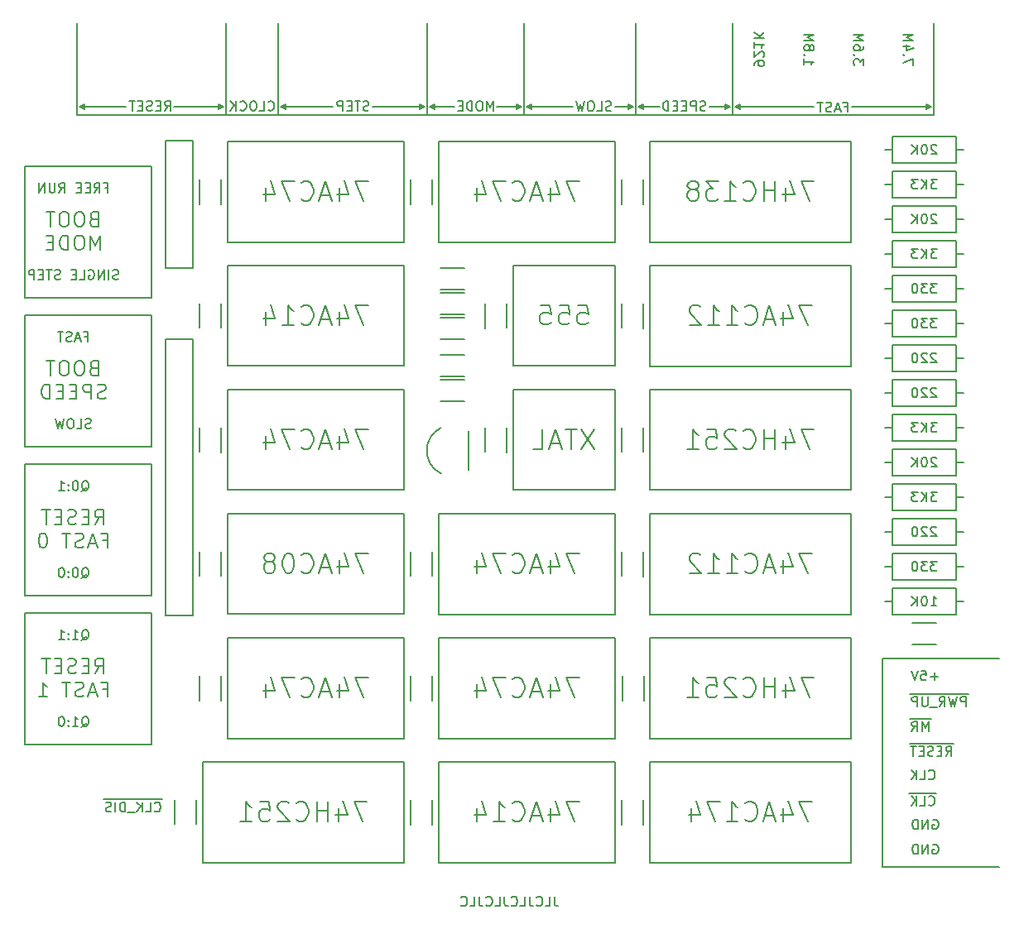
<source format=gbo>
G04 #@! TF.GenerationSoftware,KiCad,Pcbnew,(6.0.7)*
G04 #@! TF.CreationDate,2022-11-29T20:10:23-05:00*
G04 #@! TF.ProjectId,Part 3 - Clock v3,50617274-2033-4202-9d20-436c6f636b20,1.1*
G04 #@! TF.SameCoordinates,Original*
G04 #@! TF.FileFunction,Legend,Bot*
G04 #@! TF.FilePolarity,Positive*
%FSLAX46Y46*%
G04 Gerber Fmt 4.6, Leading zero omitted, Abs format (unit mm)*
G04 Created by KiCad (PCBNEW (6.0.7)) date 2022-11-29 20:10:23*
%MOMM*%
%LPD*%
G01*
G04 APERTURE LIST*
%ADD10C,0.150000*%
%ADD11C,0.200000*%
%ADD12C,1.600000*%
%ADD13O,1.600000X1.600000*%
%ADD14R,1.600000X1.600000*%
%ADD15R,1.800000X1.800000*%
%ADD16C,1.800000*%
%ADD17C,2.100000*%
%ADD18C,1.750000*%
%ADD19C,2.600000*%
%ADD20R,1.780000X7.620000*%
%ADD21C,1.440000*%
%ADD22R,1.700000X1.700000*%
%ADD23O,1.700000X1.700000*%
%ADD24R,1.500000X1.500000*%
%ADD25C,1.500000*%
G04 APERTURE END LIST*
D10*
X152125000Y-55626000D02*
X162031000Y-55626000D01*
X89662000Y-60833000D02*
X102616000Y-60833000D01*
X131292600Y-125755400D02*
X131292600Y-128244600D01*
X178333400Y-72034400D02*
X184886600Y-72034400D01*
X184886600Y-72034400D02*
X184886600Y-74777600D01*
X184886600Y-74777600D02*
X178333400Y-74777600D01*
X178333400Y-74777600D02*
X178333400Y-72034400D01*
X131064000Y-54737000D02*
X131572000Y-54483000D01*
X136702800Y-77444600D02*
X136702800Y-74930000D01*
X129082800Y-100330000D02*
X129082800Y-102819200D01*
X145669000Y-54737000D02*
X140970000Y-54737000D01*
X130048000Y-54991000D02*
X130556000Y-54737000D01*
X89662000Y-89535000D02*
X89662000Y-76073000D01*
X109982000Y-54737000D02*
X109474000Y-54483000D01*
X110236000Y-55626000D02*
X115570000Y-55626000D01*
X109982000Y-54737000D02*
X109474000Y-54864000D01*
X184886600Y-94742000D02*
X185623200Y-94742000D01*
X150672800Y-74930000D02*
X150672800Y-77419200D01*
X131292600Y-113055400D02*
X131292600Y-115570000D01*
X162031000Y-55626000D02*
X162031000Y-46200000D01*
X180365400Y-107594400D02*
X182854600Y-107594400D01*
X184886600Y-105410000D02*
X185623200Y-105410000D01*
X102616000Y-104775000D02*
X89662000Y-104775000D01*
X146918000Y-55626000D02*
X146791000Y-55626000D01*
X149987000Y-106730800D02*
X131953000Y-106730800D01*
X131953000Y-106730800D02*
X131953000Y-96443800D01*
X131953000Y-96443800D02*
X149987000Y-96443800D01*
X149987000Y-96443800D02*
X149987000Y-106730800D01*
X107492800Y-64744600D02*
X107492800Y-62255400D01*
X178333400Y-94742000D02*
X177596800Y-94742000D01*
X140970000Y-54737000D02*
X141478000Y-54483000D01*
X134620000Y-73456800D02*
X132105400Y-73456800D01*
X131064000Y-54737000D02*
X131572000Y-54864000D01*
X152984200Y-115544600D02*
X152984200Y-113055400D01*
X102616000Y-106553000D02*
X102616000Y-120015000D01*
X174117000Y-121843800D02*
X153568400Y-121843800D01*
X153568400Y-121843800D02*
X153568400Y-132130800D01*
X153568400Y-132130800D02*
X174117000Y-132130800D01*
X174117000Y-132130800D02*
X174117000Y-121843800D01*
X107492800Y-113055400D02*
X107492800Y-115544600D01*
X151892000Y-54737000D02*
X151384000Y-54483000D01*
X89662000Y-104775000D02*
X89662000Y-91313000D01*
X162814000Y-54991000D02*
X162306000Y-54737000D01*
X115824000Y-54737000D02*
X116332000Y-54864000D01*
X95758000Y-54991000D02*
X95250000Y-54737000D01*
X184886600Y-73406000D02*
X185623200Y-73406000D01*
X149987000Y-54737000D02*
X151892000Y-54737000D01*
X178333400Y-66294000D02*
X177596800Y-66294000D01*
X129082800Y-62255400D02*
X129082800Y-64744600D01*
X131267200Y-102819200D02*
X131267200Y-100330000D01*
X150647400Y-128244600D02*
X150647400Y-125755400D01*
X137922000Y-54737000D02*
X140462000Y-54737000D01*
X95250000Y-54737000D02*
X95758000Y-54610000D01*
X149987000Y-119430800D02*
X131978400Y-119430800D01*
X131978400Y-119430800D02*
X131978400Y-109169200D01*
X131978400Y-109169200D02*
X149987000Y-109169200D01*
X149987000Y-109169200D02*
X149987000Y-119430800D01*
X102616000Y-120015000D02*
X89662000Y-120015000D01*
X150672800Y-62255400D02*
X150672800Y-64744600D01*
X162306000Y-54737000D02*
X162814000Y-54864000D01*
X152908000Y-54483000D02*
X152908000Y-54991000D01*
X140970000Y-54737000D02*
X141478000Y-54610000D01*
X149987000Y-94005400D02*
X139598400Y-94005400D01*
X139598400Y-94005400D02*
X139598400Y-83743800D01*
X139598400Y-83743800D02*
X149987000Y-83743800D01*
X149987000Y-83743800D02*
X149987000Y-94005400D01*
X131572000Y-54991000D02*
X131064000Y-54737000D01*
X139954000Y-54483000D02*
X139954000Y-54991000D01*
X130810000Y-55626000D02*
X130810000Y-46200000D01*
X184886600Y-80518000D02*
X185623200Y-80518000D01*
X178333400Y-93370400D02*
X184886600Y-93370400D01*
X184886600Y-93370400D02*
X184886600Y-96113600D01*
X184886600Y-96113600D02*
X178333400Y-96113600D01*
X178333400Y-96113600D02*
X178333400Y-93370400D01*
X107492800Y-90119200D02*
X107492800Y-87630000D01*
X152857200Y-102844600D02*
X152857200Y-100330000D01*
X162306000Y-54737000D02*
X162814000Y-54483000D01*
X131267200Y-64744600D02*
X131267200Y-62255400D01*
X161798000Y-54737000D02*
X161290000Y-54864000D01*
X130556000Y-54737000D02*
X130048000Y-54864000D01*
X178333400Y-105410000D02*
X177596800Y-105410000D01*
X150672800Y-100330000D02*
X150672800Y-102819200D01*
X182372000Y-54737000D02*
X181864000Y-54864000D01*
X125222000Y-54737000D02*
X130556000Y-54737000D01*
X95758000Y-54483000D02*
X95758000Y-54991000D01*
X150672800Y-87604600D02*
X150672800Y-90119200D01*
X138887200Y-90144600D02*
X138887200Y-87630000D01*
X153543000Y-83743800D02*
X174091600Y-83743800D01*
X174091600Y-83743800D02*
X174091600Y-94005400D01*
X174091600Y-94005400D02*
X153543000Y-94005400D01*
X153543000Y-94005400D02*
X153543000Y-83743800D01*
X178333400Y-89814400D02*
X184886600Y-89814400D01*
X184886600Y-89814400D02*
X184886600Y-92557600D01*
X184886600Y-92557600D02*
X178333400Y-92557600D01*
X178333400Y-92557600D02*
X178333400Y-89814400D01*
X102616000Y-60833000D02*
X102616000Y-74295000D01*
X140716000Y-55626000D02*
X140716000Y-46200000D01*
X116332000Y-54483000D02*
X116332000Y-54991000D01*
X102616000Y-74295000D02*
X89662000Y-74295000D01*
X149987000Y-81305400D02*
X139598400Y-81305400D01*
X139598400Y-81305400D02*
X139598400Y-71043800D01*
X139598400Y-71043800D02*
X149987000Y-71043800D01*
X149987000Y-71043800D02*
X149987000Y-81305400D01*
X149987000Y-121843800D02*
X131978400Y-121843800D01*
X131978400Y-121843800D02*
X131978400Y-132130800D01*
X131978400Y-132130800D02*
X149987000Y-132130800D01*
X149987000Y-132130800D02*
X149987000Y-121843800D01*
X140462000Y-54737000D02*
X139954000Y-54864000D01*
X178333400Y-62738000D02*
X177596800Y-62738000D01*
X181864000Y-54991000D02*
X182372000Y-54737000D01*
X132105400Y-82727800D02*
X134594600Y-82727800D01*
X89662000Y-91313000D02*
X102616000Y-91313000D01*
X184886600Y-59182000D02*
X185623200Y-59182000D01*
X178333400Y-91186000D02*
X177596800Y-91186000D01*
X133604000Y-54737000D02*
X131064000Y-54737000D01*
X178333400Y-59182000D02*
X177596800Y-59182000D01*
X178333400Y-96926400D02*
X184886600Y-96926400D01*
X184886600Y-96926400D02*
X184886600Y-99669600D01*
X184886600Y-99669600D02*
X178333400Y-99669600D01*
X178333400Y-99669600D02*
X178333400Y-96926400D01*
X128371600Y-119430800D02*
X110363000Y-119430800D01*
X110363000Y-119430800D02*
X110363000Y-109143800D01*
X110363000Y-109143800D02*
X128371600Y-109143800D01*
X128371600Y-109143800D02*
X128371600Y-119430800D01*
X151892000Y-54737000D02*
X151384000Y-54864000D01*
X141478000Y-54483000D02*
X141478000Y-54991000D01*
X128397000Y-94005400D02*
X110363000Y-94005400D01*
X110363000Y-94005400D02*
X110363000Y-83743800D01*
X110363000Y-83743800D02*
X128397000Y-83743800D01*
X128397000Y-83743800D02*
X128397000Y-94005400D01*
X178333400Y-98298000D02*
X177596800Y-98298000D01*
X134594600Y-82372200D02*
X132105400Y-82372200D01*
X102616000Y-76073000D02*
X102616000Y-89535000D01*
X152400000Y-54737000D02*
X152908000Y-54483000D01*
X140462000Y-54737000D02*
X139954000Y-54610000D01*
X161798000Y-54737000D02*
X161290000Y-54483000D01*
X182372000Y-54737000D02*
X181864000Y-54610000D01*
X182372000Y-54737000D02*
X181864000Y-54483000D01*
X129082800Y-115570000D02*
X129082800Y-113055400D01*
X109474000Y-54991000D02*
X109982000Y-54737000D01*
X95250000Y-54737000D02*
X95758000Y-54483000D01*
X170307000Y-54737000D02*
X162306000Y-54737000D01*
X115824000Y-54737000D02*
X116332000Y-54610000D01*
X178333400Y-76962000D02*
X177596800Y-76962000D01*
X141478000Y-54991000D02*
X140970000Y-54737000D01*
X178333400Y-100482400D02*
X184886600Y-100482400D01*
X184886600Y-100482400D02*
X184886600Y-103225600D01*
X184886600Y-103225600D02*
X178333400Y-103225600D01*
X178333400Y-103225600D02*
X178333400Y-100482400D01*
X161290000Y-54483000D02*
X161290000Y-54991000D01*
X151384000Y-54991000D02*
X151892000Y-54737000D01*
X182605000Y-55626000D02*
X182605000Y-46200000D01*
X174244000Y-54737000D02*
X182372000Y-54737000D01*
X184886600Y-76962000D02*
X185623200Y-76962000D01*
X162814000Y-54483000D02*
X162814000Y-54991000D01*
X184886600Y-69850000D02*
X185623200Y-69850000D01*
X135051800Y-91922600D02*
X135051800Y-87998395D01*
X178333400Y-64922400D02*
X184886600Y-64922400D01*
X184886600Y-64922400D02*
X184886600Y-67665600D01*
X184886600Y-67665600D02*
X178333400Y-67665600D01*
X178333400Y-67665600D02*
X178333400Y-64922400D01*
X104952800Y-125730000D02*
X104952800Y-128219200D01*
X89662000Y-120015000D02*
X89662000Y-106553000D01*
X109677200Y-102819200D02*
X109677200Y-100330000D01*
X152857200Y-64744600D02*
X152857200Y-62255400D01*
X128397000Y-68630800D02*
X110363000Y-68630800D01*
X110363000Y-68630800D02*
X110363000Y-58343800D01*
X110363000Y-58343800D02*
X128397000Y-58343800D01*
X128397000Y-58343800D02*
X128397000Y-68630800D01*
X121158000Y-54737000D02*
X115824000Y-54737000D01*
X177317400Y-132588000D02*
X177317400Y-111226600D01*
X130048000Y-54483000D02*
X130048000Y-54991000D01*
X136702800Y-87630000D02*
X136702800Y-90119200D01*
X178333400Y-101854000D02*
X177596800Y-101854000D01*
X184886600Y-91186000D02*
X185623200Y-91186000D01*
X132105400Y-76352400D02*
X134594600Y-76352400D01*
X140462000Y-54737000D02*
X139954000Y-54483000D01*
X178333400Y-84074000D02*
X177596800Y-84074000D01*
X189280800Y-132562600D02*
X177317400Y-132588000D01*
X154559000Y-54737000D02*
X152400000Y-54737000D01*
X184886600Y-66294000D02*
X185623200Y-66294000D01*
X116332000Y-54991000D02*
X115824000Y-54737000D01*
X178333400Y-82702400D02*
X184886600Y-82702400D01*
X184886600Y-82702400D02*
X184886600Y-85445600D01*
X184886600Y-85445600D02*
X178333400Y-85445600D01*
X178333400Y-85445600D02*
X178333400Y-82702400D01*
X174091600Y-71043800D02*
X153543000Y-71043800D01*
X153543000Y-71043800D02*
X153543000Y-81330800D01*
X153543000Y-81330800D02*
X174091600Y-81330800D01*
X174091600Y-81330800D02*
X174091600Y-71043800D01*
X131064000Y-54737000D02*
X131572000Y-54610000D01*
X130556000Y-54737000D02*
X130048000Y-54610000D01*
X152400000Y-54737000D02*
X152908000Y-54610000D01*
X184886600Y-98298000D02*
X185623200Y-98298000D01*
X152908000Y-54991000D02*
X152400000Y-54737000D01*
X177317400Y-111226600D02*
X189255400Y-111226600D01*
X129082800Y-128244600D02*
X129082800Y-125755400D01*
X104013000Y-78587600D02*
X106807000Y-78587600D01*
X106807000Y-78587600D02*
X106807000Y-106857800D01*
X106807000Y-106857800D02*
X104013000Y-106857800D01*
X104013000Y-106857800D02*
X104013000Y-78587600D01*
X109677200Y-115544600D02*
X109677200Y-113055400D01*
X180365400Y-109829600D02*
X182880000Y-109829600D01*
X104013000Y-58242200D02*
X106807000Y-58242200D01*
X106807000Y-58242200D02*
X106807000Y-71297800D01*
X106807000Y-71297800D02*
X104013000Y-71297800D01*
X104013000Y-71297800D02*
X104013000Y-58242200D01*
X178333400Y-61366400D02*
X184886600Y-61366400D01*
X184886600Y-61366400D02*
X184886600Y-64109600D01*
X184886600Y-64109600D02*
X178333400Y-64109600D01*
X178333400Y-64109600D02*
X178333400Y-61366400D01*
X131572000Y-54483000D02*
X131572000Y-54991000D01*
X153543000Y-58343800D02*
X174091600Y-58343800D01*
X174091600Y-58343800D02*
X174091600Y-68630800D01*
X174091600Y-68630800D02*
X153543000Y-68630800D01*
X153543000Y-68630800D02*
X153543000Y-58343800D01*
X139954000Y-54991000D02*
X140462000Y-54737000D01*
X107162600Y-128219200D02*
X107162600Y-125730000D01*
X150799800Y-115544600D02*
X150799800Y-113055400D01*
X178333400Y-104038400D02*
X184886600Y-104038400D01*
X184886600Y-104038400D02*
X184886600Y-106781600D01*
X184886600Y-106781600D02*
X178333400Y-106781600D01*
X178333400Y-106781600D02*
X178333400Y-104038400D01*
X132207000Y-87630000D02*
G75*
G03*
X132207000Y-92329000I1147900J-2349500D01*
G01*
X109677200Y-62255400D02*
X109677200Y-64744600D01*
X152882600Y-128244600D02*
X152882600Y-125755400D01*
X151384000Y-54483000D02*
X151384000Y-54991000D01*
X89662000Y-106553000D02*
X102616000Y-106553000D01*
X181864000Y-54483000D02*
X181864000Y-54991000D01*
X140716000Y-55626000D02*
X152125000Y-55626000D01*
X128397000Y-81305400D02*
X110388400Y-81305400D01*
X110388400Y-81305400D02*
X110388400Y-71043800D01*
X110388400Y-71043800D02*
X128397000Y-71043800D01*
X128397000Y-71043800D02*
X128397000Y-81305400D01*
X159639000Y-54737000D02*
X161798000Y-54737000D01*
X134594600Y-78536800D02*
X132105400Y-78536800D01*
X162031000Y-55626000D02*
X182605000Y-55626000D01*
X162306000Y-54737000D02*
X162814000Y-54610000D01*
X130556000Y-54737000D02*
X130048000Y-54483000D01*
X161290000Y-54991000D02*
X161798000Y-54737000D01*
X89662000Y-76073000D02*
X102616000Y-76073000D01*
X109677200Y-74930000D02*
X109677200Y-77419200D01*
X89662000Y-74295000D02*
X89662000Y-60833000D01*
X110363000Y-106705400D02*
X128397000Y-106705400D01*
X128397000Y-106705400D02*
X128397000Y-96443800D01*
X128397000Y-96443800D02*
X110363000Y-96443800D01*
X110363000Y-96443800D02*
X110363000Y-106705400D01*
X132105400Y-71272400D02*
X134594600Y-71272400D01*
X174091600Y-96469200D02*
X153543000Y-96469200D01*
X153543000Y-96469200D02*
X153543000Y-106730800D01*
X153543000Y-106730800D02*
X174091600Y-106730800D01*
X174091600Y-106730800D02*
X174091600Y-96469200D01*
X151892000Y-54737000D02*
X151384000Y-54610000D01*
X178333400Y-69850000D02*
X177596800Y-69850000D01*
X149961600Y-68630800D02*
X131953000Y-68630800D01*
X131953000Y-68630800D02*
X131953000Y-58343800D01*
X131953000Y-58343800D02*
X149961600Y-58343800D01*
X149961600Y-58343800D02*
X149961600Y-68630800D01*
X152125000Y-55626000D02*
X152125000Y-46200000D01*
X178333400Y-57810400D02*
X184886600Y-57810400D01*
X184886600Y-57810400D02*
X184886600Y-60553600D01*
X184886600Y-60553600D02*
X178333400Y-60553600D01*
X178333400Y-60553600D02*
X178333400Y-57810400D01*
X184886600Y-62738000D02*
X185623200Y-62738000D01*
X178333400Y-73406000D02*
X177596800Y-73406000D01*
X102616000Y-91313000D02*
X102616000Y-104775000D01*
X132105400Y-73812400D02*
X134620000Y-73812400D01*
X107492800Y-77419200D02*
X107492800Y-74930000D01*
X184886600Y-101854000D02*
X185623200Y-101854000D01*
X140970000Y-54737000D02*
X141478000Y-54864000D01*
X152857200Y-77444600D02*
X152857200Y-74930000D01*
X178333400Y-68478400D02*
X184886600Y-68478400D01*
X184886600Y-68478400D02*
X184886600Y-71221600D01*
X184886600Y-71221600D02*
X178333400Y-71221600D01*
X178333400Y-71221600D02*
X178333400Y-68478400D01*
X161798000Y-54737000D02*
X161290000Y-54610000D01*
X128397000Y-132130800D02*
X107848400Y-132130800D01*
X107848400Y-132130800D02*
X107848400Y-121843800D01*
X107848400Y-121843800D02*
X128397000Y-121843800D01*
X128397000Y-121843800D02*
X128397000Y-132130800D01*
X184912000Y-87630000D02*
X185623200Y-87630000D01*
X109982000Y-54737000D02*
X109474000Y-54610000D01*
X184886600Y-84074000D02*
X185623200Y-84074000D01*
X178333400Y-86258400D02*
X184886600Y-86258400D01*
X184886600Y-86258400D02*
X184886600Y-89001600D01*
X184886600Y-89001600D02*
X178333400Y-89001600D01*
X178333400Y-89001600D02*
X178333400Y-86258400D01*
X115824000Y-54737000D02*
X116332000Y-54483000D01*
X178333400Y-79146400D02*
X184886600Y-79146400D01*
X184886600Y-79146400D02*
X184886600Y-81889600D01*
X184886600Y-81889600D02*
X178333400Y-81889600D01*
X178333400Y-81889600D02*
X178333400Y-79146400D01*
X95250000Y-54737000D02*
X95758000Y-54864000D01*
X152857200Y-90119200D02*
X152857200Y-87604600D01*
X138887200Y-74930000D02*
X138887200Y-77419200D01*
X178333400Y-80518000D02*
X177596800Y-80518000D01*
X178333400Y-75590400D02*
X184886600Y-75590400D01*
X184886600Y-75590400D02*
X184886600Y-78333600D01*
X184886600Y-78333600D02*
X178333400Y-78333600D01*
X178333400Y-78333600D02*
X178333400Y-75590400D01*
X107492800Y-100330000D02*
X107492800Y-102819200D01*
X132105400Y-80187800D02*
X134594600Y-80187800D01*
X94996000Y-46200000D02*
X94996000Y-55626000D01*
X178333400Y-87630000D02*
X177596800Y-87630000D01*
X153543000Y-109143800D02*
X174091600Y-109143800D01*
X174091600Y-109143800D02*
X174091600Y-119430800D01*
X174091600Y-119430800D02*
X153543000Y-119430800D01*
X153543000Y-119430800D02*
X153543000Y-109143800D01*
X134620000Y-75996800D02*
X132105400Y-75996800D01*
X109677200Y-87630000D02*
X109677200Y-90144600D01*
X130810000Y-55626000D02*
X140716000Y-55626000D01*
X152400000Y-54737000D02*
X152908000Y-54864000D01*
X94996000Y-55626000D02*
X110236000Y-55626000D01*
X109474000Y-54483000D02*
X109474000Y-54991000D01*
X110236000Y-55626000D02*
X110236000Y-46200000D01*
X115570000Y-55626000D02*
X130810000Y-55626000D01*
X134594600Y-84912200D02*
X132105400Y-84912200D01*
X115570000Y-55626000D02*
X115570000Y-46200000D01*
X102616000Y-89535000D02*
X89662000Y-89535000D01*
X104902000Y-54737000D02*
X109982000Y-54737000D01*
X99949000Y-54737000D02*
X95250000Y-54737000D01*
X186110190Y-114867000D02*
X185110190Y-114867000D01*
X185872095Y-116149380D02*
X185872095Y-115149380D01*
X185491142Y-115149380D01*
X185395904Y-115197000D01*
X185348285Y-115244619D01*
X185300666Y-115339857D01*
X185300666Y-115482714D01*
X185348285Y-115577952D01*
X185395904Y-115625571D01*
X185491142Y-115673190D01*
X185872095Y-115673190D01*
X185110190Y-114867000D02*
X183967333Y-114867000D01*
X184967333Y-115149380D02*
X184729238Y-116149380D01*
X184538761Y-115435095D01*
X184348285Y-116149380D01*
X184110190Y-115149380D01*
X183967333Y-114867000D02*
X182967333Y-114867000D01*
X183157809Y-116149380D02*
X183491142Y-115673190D01*
X183729238Y-116149380D02*
X183729238Y-115149380D01*
X183348285Y-115149380D01*
X183253047Y-115197000D01*
X183205428Y-115244619D01*
X183157809Y-115339857D01*
X183157809Y-115482714D01*
X183205428Y-115577952D01*
X183253047Y-115625571D01*
X183348285Y-115673190D01*
X183729238Y-115673190D01*
X182967333Y-114867000D02*
X182205428Y-114867000D01*
X182967333Y-116244619D02*
X182205428Y-116244619D01*
X182205428Y-114867000D02*
X181157809Y-114867000D01*
X181967333Y-115149380D02*
X181967333Y-115958904D01*
X181919714Y-116054142D01*
X181872095Y-116101761D01*
X181776857Y-116149380D01*
X181586380Y-116149380D01*
X181491142Y-116101761D01*
X181443523Y-116054142D01*
X181395904Y-115958904D01*
X181395904Y-115149380D01*
X181157809Y-114867000D02*
X180157809Y-114867000D01*
X180919714Y-116149380D02*
X180919714Y-115149380D01*
X180538761Y-115149380D01*
X180443523Y-115197000D01*
X180395904Y-115244619D01*
X180348285Y-115339857D01*
X180348285Y-115482714D01*
X180395904Y-115577952D01*
X180443523Y-115625571D01*
X180538761Y-115673190D01*
X180919714Y-115673190D01*
X95424523Y-103036619D02*
X95519761Y-102989000D01*
X95615000Y-102893761D01*
X95757857Y-102750904D01*
X95853095Y-102703285D01*
X95948333Y-102703285D01*
X95900714Y-102941380D02*
X95995952Y-102893761D01*
X96091190Y-102798523D01*
X96138809Y-102608047D01*
X96138809Y-102274714D01*
X96091190Y-102084238D01*
X95995952Y-101989000D01*
X95900714Y-101941380D01*
X95710238Y-101941380D01*
X95615000Y-101989000D01*
X95519761Y-102084238D01*
X95472142Y-102274714D01*
X95472142Y-102608047D01*
X95519761Y-102798523D01*
X95615000Y-102893761D01*
X95710238Y-102941380D01*
X95900714Y-102941380D01*
X94853095Y-101941380D02*
X94757857Y-101941380D01*
X94662619Y-101989000D01*
X94615000Y-102036619D01*
X94567380Y-102131857D01*
X94519761Y-102322333D01*
X94519761Y-102560428D01*
X94567380Y-102750904D01*
X94615000Y-102846142D01*
X94662619Y-102893761D01*
X94757857Y-102941380D01*
X94853095Y-102941380D01*
X94948333Y-102893761D01*
X94995952Y-102846142D01*
X95043571Y-102750904D01*
X95091190Y-102560428D01*
X95091190Y-102322333D01*
X95043571Y-102131857D01*
X94995952Y-102036619D01*
X94948333Y-101989000D01*
X94853095Y-101941380D01*
X94091190Y-102846142D02*
X94043571Y-102893761D01*
X94091190Y-102941380D01*
X94138809Y-102893761D01*
X94091190Y-102846142D01*
X94091190Y-102941380D01*
X94091190Y-102322333D02*
X94043571Y-102369952D01*
X94091190Y-102417571D01*
X94138809Y-102369952D01*
X94091190Y-102322333D01*
X94091190Y-102417571D01*
X93424523Y-101941380D02*
X93329285Y-101941380D01*
X93234047Y-101989000D01*
X93186428Y-102036619D01*
X93138809Y-102131857D01*
X93091190Y-102322333D01*
X93091190Y-102560428D01*
X93138809Y-102750904D01*
X93186428Y-102846142D01*
X93234047Y-102893761D01*
X93329285Y-102941380D01*
X93424523Y-102941380D01*
X93519761Y-102893761D01*
X93567380Y-102846142D01*
X93615000Y-102750904D01*
X93662619Y-102560428D01*
X93662619Y-102322333D01*
X93615000Y-102131857D01*
X93567380Y-102036619D01*
X93519761Y-101989000D01*
X93424523Y-101941380D01*
X182300428Y-117407000D02*
X181157571Y-117407000D01*
X182062333Y-118689380D02*
X182062333Y-117689380D01*
X181729000Y-118403666D01*
X181395666Y-117689380D01*
X181395666Y-118689380D01*
X181157571Y-117407000D02*
X180157571Y-117407000D01*
X180348047Y-118689380D02*
X180681380Y-118213190D01*
X180919476Y-118689380D02*
X180919476Y-117689380D01*
X180538523Y-117689380D01*
X180443285Y-117737000D01*
X180395666Y-117784619D01*
X180348047Y-117879857D01*
X180348047Y-118022714D01*
X180395666Y-118117952D01*
X180443285Y-118165571D01*
X180538523Y-118213190D01*
X180919476Y-118213190D01*
X95424523Y-94146619D02*
X95519761Y-94099000D01*
X95615000Y-94003761D01*
X95757857Y-93860904D01*
X95853095Y-93813285D01*
X95948333Y-93813285D01*
X95900714Y-94051380D02*
X95995952Y-94003761D01*
X96091190Y-93908523D01*
X96138809Y-93718047D01*
X96138809Y-93384714D01*
X96091190Y-93194238D01*
X95995952Y-93099000D01*
X95900714Y-93051380D01*
X95710238Y-93051380D01*
X95615000Y-93099000D01*
X95519761Y-93194238D01*
X95472142Y-93384714D01*
X95472142Y-93718047D01*
X95519761Y-93908523D01*
X95615000Y-94003761D01*
X95710238Y-94051380D01*
X95900714Y-94051380D01*
X94853095Y-93051380D02*
X94757857Y-93051380D01*
X94662619Y-93099000D01*
X94615000Y-93146619D01*
X94567380Y-93241857D01*
X94519761Y-93432333D01*
X94519761Y-93670428D01*
X94567380Y-93860904D01*
X94615000Y-93956142D01*
X94662619Y-94003761D01*
X94757857Y-94051380D01*
X94853095Y-94051380D01*
X94948333Y-94003761D01*
X94995952Y-93956142D01*
X95043571Y-93860904D01*
X95091190Y-93670428D01*
X95091190Y-93432333D01*
X95043571Y-93241857D01*
X94995952Y-93146619D01*
X94948333Y-93099000D01*
X94853095Y-93051380D01*
X94091190Y-93956142D02*
X94043571Y-94003761D01*
X94091190Y-94051380D01*
X94138809Y-94003761D01*
X94091190Y-93956142D01*
X94091190Y-94051380D01*
X94091190Y-93432333D02*
X94043571Y-93479952D01*
X94091190Y-93527571D01*
X94138809Y-93479952D01*
X94091190Y-93432333D01*
X94091190Y-93527571D01*
X93091190Y-94051380D02*
X93662619Y-94051380D01*
X93376904Y-94051380D02*
X93376904Y-93051380D01*
X93472142Y-93194238D01*
X93567380Y-93289476D01*
X93662619Y-93337095D01*
X159268476Y-55141761D02*
X159125619Y-55189380D01*
X158887523Y-55189380D01*
X158792285Y-55141761D01*
X158744666Y-55094142D01*
X158697047Y-54998904D01*
X158697047Y-54903666D01*
X158744666Y-54808428D01*
X158792285Y-54760809D01*
X158887523Y-54713190D01*
X159078000Y-54665571D01*
X159173238Y-54617952D01*
X159220857Y-54570333D01*
X159268476Y-54475095D01*
X159268476Y-54379857D01*
X159220857Y-54284619D01*
X159173238Y-54237000D01*
X159078000Y-54189380D01*
X158839904Y-54189380D01*
X158697047Y-54237000D01*
X158268476Y-55189380D02*
X158268476Y-54189380D01*
X157887523Y-54189380D01*
X157792285Y-54237000D01*
X157744666Y-54284619D01*
X157697047Y-54379857D01*
X157697047Y-54522714D01*
X157744666Y-54617952D01*
X157792285Y-54665571D01*
X157887523Y-54713190D01*
X158268476Y-54713190D01*
X157268476Y-54665571D02*
X156935142Y-54665571D01*
X156792285Y-55189380D02*
X157268476Y-55189380D01*
X157268476Y-54189380D01*
X156792285Y-54189380D01*
X156363714Y-54665571D02*
X156030380Y-54665571D01*
X155887523Y-55189380D02*
X156363714Y-55189380D01*
X156363714Y-54189380D01*
X155887523Y-54189380D01*
X155458952Y-55189380D02*
X155458952Y-54189380D01*
X155220857Y-54189380D01*
X155078000Y-54237000D01*
X154982761Y-54332238D01*
X154935142Y-54427476D01*
X154887523Y-54617952D01*
X154887523Y-54760809D01*
X154935142Y-54951285D01*
X154982761Y-55046523D01*
X155078000Y-55141761D01*
X155220857Y-55189380D01*
X155458952Y-55189380D01*
X182895714Y-101306380D02*
X182276666Y-101306380D01*
X182610000Y-101687333D01*
X182467142Y-101687333D01*
X182371904Y-101734952D01*
X182324285Y-101782571D01*
X182276666Y-101877809D01*
X182276666Y-102115904D01*
X182324285Y-102211142D01*
X182371904Y-102258761D01*
X182467142Y-102306380D01*
X182752857Y-102306380D01*
X182848095Y-102258761D01*
X182895714Y-102211142D01*
X181943333Y-101306380D02*
X181324285Y-101306380D01*
X181657619Y-101687333D01*
X181514761Y-101687333D01*
X181419523Y-101734952D01*
X181371904Y-101782571D01*
X181324285Y-101877809D01*
X181324285Y-102115904D01*
X181371904Y-102211142D01*
X181419523Y-102258761D01*
X181514761Y-102306380D01*
X181800476Y-102306380D01*
X181895714Y-102258761D01*
X181943333Y-102211142D01*
X180705238Y-101306380D02*
X180610000Y-101306380D01*
X180514761Y-101354000D01*
X180467142Y-101401619D01*
X180419523Y-101496857D01*
X180371904Y-101687333D01*
X180371904Y-101925428D01*
X180419523Y-102115904D01*
X180467142Y-102211142D01*
X180514761Y-102258761D01*
X180610000Y-102306380D01*
X180705238Y-102306380D01*
X180800476Y-102258761D01*
X180848095Y-102211142D01*
X180895714Y-102115904D01*
X180943333Y-101925428D01*
X180943333Y-101687333D01*
X180895714Y-101496857D01*
X180848095Y-101401619D01*
X180800476Y-101354000D01*
X180705238Y-101306380D01*
D11*
X124760952Y-75104761D02*
X123427619Y-75104761D01*
X124284761Y-77104761D01*
X121808571Y-75771428D02*
X121808571Y-77104761D01*
X122284761Y-75009523D02*
X122760952Y-76438095D01*
X121522857Y-76438095D01*
X120856190Y-76533333D02*
X119903809Y-76533333D01*
X121046666Y-77104761D02*
X120380000Y-75104761D01*
X119713333Y-77104761D01*
X117903809Y-76914285D02*
X117999047Y-77009523D01*
X118284761Y-77104761D01*
X118475238Y-77104761D01*
X118760952Y-77009523D01*
X118951428Y-76819047D01*
X119046666Y-76628571D01*
X119141904Y-76247619D01*
X119141904Y-75961904D01*
X119046666Y-75580952D01*
X118951428Y-75390476D01*
X118760952Y-75200000D01*
X118475238Y-75104761D01*
X118284761Y-75104761D01*
X117999047Y-75200000D01*
X117903809Y-75295238D01*
X115999047Y-77104761D02*
X117141904Y-77104761D01*
X116570476Y-77104761D02*
X116570476Y-75104761D01*
X116760952Y-75390476D01*
X116951428Y-75580952D01*
X117141904Y-75676190D01*
X114284761Y-75771428D02*
X114284761Y-77104761D01*
X114760952Y-75009523D02*
X115237142Y-76438095D01*
X113999047Y-76438095D01*
X170353809Y-87804761D02*
X169020476Y-87804761D01*
X169877619Y-89804761D01*
X167401428Y-88471428D02*
X167401428Y-89804761D01*
X167877619Y-87709523D02*
X168353809Y-89138095D01*
X167115714Y-89138095D01*
X166353809Y-89804761D02*
X166353809Y-87804761D01*
X166353809Y-88757142D02*
X165210952Y-88757142D01*
X165210952Y-89804761D02*
X165210952Y-87804761D01*
X163115714Y-89614285D02*
X163210952Y-89709523D01*
X163496666Y-89804761D01*
X163687142Y-89804761D01*
X163972857Y-89709523D01*
X164163333Y-89519047D01*
X164258571Y-89328571D01*
X164353809Y-88947619D01*
X164353809Y-88661904D01*
X164258571Y-88280952D01*
X164163333Y-88090476D01*
X163972857Y-87900000D01*
X163687142Y-87804761D01*
X163496666Y-87804761D01*
X163210952Y-87900000D01*
X163115714Y-87995238D01*
X162353809Y-87995238D02*
X162258571Y-87900000D01*
X162068095Y-87804761D01*
X161591904Y-87804761D01*
X161401428Y-87900000D01*
X161306190Y-87995238D01*
X161210952Y-88185714D01*
X161210952Y-88376190D01*
X161306190Y-88661904D01*
X162449047Y-89804761D01*
X161210952Y-89804761D01*
X159401428Y-87804761D02*
X160353809Y-87804761D01*
X160449047Y-88757142D01*
X160353809Y-88661904D01*
X160163333Y-88566666D01*
X159687142Y-88566666D01*
X159496666Y-88661904D01*
X159401428Y-88757142D01*
X159306190Y-88947619D01*
X159306190Y-89423809D01*
X159401428Y-89614285D01*
X159496666Y-89709523D01*
X159687142Y-89804761D01*
X160163333Y-89804761D01*
X160353809Y-89709523D01*
X160449047Y-89614285D01*
X157401428Y-89804761D02*
X158544285Y-89804761D01*
X157972857Y-89804761D02*
X157972857Y-87804761D01*
X158163333Y-88090476D01*
X158353809Y-88280952D01*
X158544285Y-88376190D01*
D10*
X95757857Y-78287571D02*
X96091190Y-78287571D01*
X96091190Y-78811380D02*
X96091190Y-77811380D01*
X95615000Y-77811380D01*
X95281666Y-78525666D02*
X94805476Y-78525666D01*
X95376904Y-78811380D02*
X95043571Y-77811380D01*
X94710238Y-78811380D01*
X94424523Y-78763761D02*
X94281666Y-78811380D01*
X94043571Y-78811380D01*
X93948333Y-78763761D01*
X93900714Y-78716142D01*
X93853095Y-78620904D01*
X93853095Y-78525666D01*
X93900714Y-78430428D01*
X93948333Y-78382809D01*
X94043571Y-78335190D01*
X94234047Y-78287571D01*
X94329285Y-78239952D01*
X94376904Y-78192333D01*
X94424523Y-78097095D01*
X94424523Y-78001857D01*
X94376904Y-77906619D01*
X94329285Y-77859000D01*
X94234047Y-77811380D01*
X93995952Y-77811380D01*
X93853095Y-77859000D01*
X93567380Y-77811380D02*
X92995952Y-77811380D01*
X93281666Y-78811380D02*
X93281666Y-77811380D01*
D11*
X170163333Y-75104761D02*
X168830000Y-75104761D01*
X169687142Y-77104761D01*
X167210952Y-75771428D02*
X167210952Y-77104761D01*
X167687142Y-75009523D02*
X168163333Y-76438095D01*
X166925238Y-76438095D01*
X166258571Y-76533333D02*
X165306190Y-76533333D01*
X166449047Y-77104761D02*
X165782380Y-75104761D01*
X165115714Y-77104761D01*
X163306190Y-76914285D02*
X163401428Y-77009523D01*
X163687142Y-77104761D01*
X163877619Y-77104761D01*
X164163333Y-77009523D01*
X164353809Y-76819047D01*
X164449047Y-76628571D01*
X164544285Y-76247619D01*
X164544285Y-75961904D01*
X164449047Y-75580952D01*
X164353809Y-75390476D01*
X164163333Y-75200000D01*
X163877619Y-75104761D01*
X163687142Y-75104761D01*
X163401428Y-75200000D01*
X163306190Y-75295238D01*
X161401428Y-77104761D02*
X162544285Y-77104761D01*
X161972857Y-77104761D02*
X161972857Y-75104761D01*
X162163333Y-75390476D01*
X162353809Y-75580952D01*
X162544285Y-75676190D01*
X159496666Y-77104761D02*
X160639523Y-77104761D01*
X160068095Y-77104761D02*
X160068095Y-75104761D01*
X160258571Y-75390476D01*
X160449047Y-75580952D01*
X160639523Y-75676190D01*
X158734761Y-75295238D02*
X158639523Y-75200000D01*
X158449047Y-75104761D01*
X157972857Y-75104761D01*
X157782380Y-75200000D01*
X157687142Y-75295238D01*
X157591904Y-75485714D01*
X157591904Y-75676190D01*
X157687142Y-75961904D01*
X158830000Y-77104761D01*
X157591904Y-77104761D01*
D10*
X182871904Y-58729619D02*
X182824285Y-58682000D01*
X182729047Y-58634380D01*
X182490952Y-58634380D01*
X182395714Y-58682000D01*
X182348095Y-58729619D01*
X182300476Y-58824857D01*
X182300476Y-58920095D01*
X182348095Y-59062952D01*
X182919523Y-59634380D01*
X182300476Y-59634380D01*
X181681428Y-58634380D02*
X181586190Y-58634380D01*
X181490952Y-58682000D01*
X181443333Y-58729619D01*
X181395714Y-58824857D01*
X181348095Y-59015333D01*
X181348095Y-59253428D01*
X181395714Y-59443904D01*
X181443333Y-59539142D01*
X181490952Y-59586761D01*
X181586190Y-59634380D01*
X181681428Y-59634380D01*
X181776666Y-59586761D01*
X181824285Y-59539142D01*
X181871904Y-59443904D01*
X181919523Y-59253428D01*
X181919523Y-59015333D01*
X181871904Y-58824857D01*
X181824285Y-58729619D01*
X181776666Y-58682000D01*
X181681428Y-58634380D01*
X180919523Y-59634380D02*
X180919523Y-58634380D01*
X180348095Y-59634380D02*
X180776666Y-59062952D01*
X180348095Y-58634380D02*
X180919523Y-59205809D01*
D11*
X124633809Y-125904761D02*
X123300476Y-125904761D01*
X124157619Y-127904761D01*
X121681428Y-126571428D02*
X121681428Y-127904761D01*
X122157619Y-125809523D02*
X122633809Y-127238095D01*
X121395714Y-127238095D01*
X120633809Y-127904761D02*
X120633809Y-125904761D01*
X120633809Y-126857142D02*
X119490952Y-126857142D01*
X119490952Y-127904761D02*
X119490952Y-125904761D01*
X117395714Y-127714285D02*
X117490952Y-127809523D01*
X117776666Y-127904761D01*
X117967142Y-127904761D01*
X118252857Y-127809523D01*
X118443333Y-127619047D01*
X118538571Y-127428571D01*
X118633809Y-127047619D01*
X118633809Y-126761904D01*
X118538571Y-126380952D01*
X118443333Y-126190476D01*
X118252857Y-126000000D01*
X117967142Y-125904761D01*
X117776666Y-125904761D01*
X117490952Y-126000000D01*
X117395714Y-126095238D01*
X116633809Y-126095238D02*
X116538571Y-126000000D01*
X116348095Y-125904761D01*
X115871904Y-125904761D01*
X115681428Y-126000000D01*
X115586190Y-126095238D01*
X115490952Y-126285714D01*
X115490952Y-126476190D01*
X115586190Y-126761904D01*
X116729047Y-127904761D01*
X115490952Y-127904761D01*
X113681428Y-125904761D02*
X114633809Y-125904761D01*
X114729047Y-126857142D01*
X114633809Y-126761904D01*
X114443333Y-126666666D01*
X113967142Y-126666666D01*
X113776666Y-126761904D01*
X113681428Y-126857142D01*
X113586190Y-127047619D01*
X113586190Y-127523809D01*
X113681428Y-127714285D01*
X113776666Y-127809523D01*
X113967142Y-127904761D01*
X114443333Y-127904761D01*
X114633809Y-127809523D01*
X114729047Y-127714285D01*
X111681428Y-127904761D02*
X112824285Y-127904761D01*
X112252857Y-127904761D02*
X112252857Y-125904761D01*
X112443333Y-126190476D01*
X112633809Y-126380952D01*
X112824285Y-126476190D01*
D10*
X97805476Y-63047571D02*
X98138809Y-63047571D01*
X98138809Y-63571380D02*
X98138809Y-62571380D01*
X97662619Y-62571380D01*
X96710238Y-63571380D02*
X97043571Y-63095190D01*
X97281666Y-63571380D02*
X97281666Y-62571380D01*
X96900714Y-62571380D01*
X96805476Y-62619000D01*
X96757857Y-62666619D01*
X96710238Y-62761857D01*
X96710238Y-62904714D01*
X96757857Y-62999952D01*
X96805476Y-63047571D01*
X96900714Y-63095190D01*
X97281666Y-63095190D01*
X96281666Y-63047571D02*
X95948333Y-63047571D01*
X95805476Y-63571380D02*
X96281666Y-63571380D01*
X96281666Y-62571380D01*
X95805476Y-62571380D01*
X95376904Y-63047571D02*
X95043571Y-63047571D01*
X94900714Y-63571380D02*
X95376904Y-63571380D01*
X95376904Y-62571380D01*
X94900714Y-62571380D01*
X93138809Y-63571380D02*
X93472142Y-63095190D01*
X93710238Y-63571380D02*
X93710238Y-62571380D01*
X93329285Y-62571380D01*
X93234047Y-62619000D01*
X93186428Y-62666619D01*
X93138809Y-62761857D01*
X93138809Y-62904714D01*
X93186428Y-62999952D01*
X93234047Y-63047571D01*
X93329285Y-63095190D01*
X93710238Y-63095190D01*
X92710238Y-62571380D02*
X92710238Y-63380904D01*
X92662619Y-63476142D01*
X92615000Y-63523761D01*
X92519761Y-63571380D01*
X92329285Y-63571380D01*
X92234047Y-63523761D01*
X92186428Y-63476142D01*
X92138809Y-63380904D01*
X92138809Y-62571380D01*
X91662619Y-63571380D02*
X91662619Y-62571380D01*
X91091190Y-63571380D01*
X91091190Y-62571380D01*
D11*
X96793571Y-112755071D02*
X97293571Y-112040785D01*
X97650714Y-112755071D02*
X97650714Y-111255071D01*
X97079285Y-111255071D01*
X96936428Y-111326500D01*
X96865000Y-111397928D01*
X96793571Y-111540785D01*
X96793571Y-111755071D01*
X96865000Y-111897928D01*
X96936428Y-111969357D01*
X97079285Y-112040785D01*
X97650714Y-112040785D01*
X96150714Y-111969357D02*
X95650714Y-111969357D01*
X95436428Y-112755071D02*
X96150714Y-112755071D01*
X96150714Y-111255071D01*
X95436428Y-111255071D01*
X94865000Y-112683642D02*
X94650714Y-112755071D01*
X94293571Y-112755071D01*
X94150714Y-112683642D01*
X94079285Y-112612214D01*
X94007857Y-112469357D01*
X94007857Y-112326500D01*
X94079285Y-112183642D01*
X94150714Y-112112214D01*
X94293571Y-112040785D01*
X94579285Y-111969357D01*
X94722142Y-111897928D01*
X94793571Y-111826500D01*
X94865000Y-111683642D01*
X94865000Y-111540785D01*
X94793571Y-111397928D01*
X94722142Y-111326500D01*
X94579285Y-111255071D01*
X94222142Y-111255071D01*
X94007857Y-111326500D01*
X93365000Y-111969357D02*
X92865000Y-111969357D01*
X92650714Y-112755071D02*
X93365000Y-112755071D01*
X93365000Y-111255071D01*
X92650714Y-111255071D01*
X92222142Y-111255071D02*
X91365000Y-111255071D01*
X91793571Y-112755071D02*
X91793571Y-111255071D01*
X97615000Y-114384357D02*
X98115000Y-114384357D01*
X98115000Y-115170071D02*
X98115000Y-113670071D01*
X97400714Y-113670071D01*
X96900714Y-114741500D02*
X96186428Y-114741500D01*
X97043571Y-115170071D02*
X96543571Y-113670071D01*
X96043571Y-115170071D01*
X95615000Y-115098642D02*
X95400714Y-115170071D01*
X95043571Y-115170071D01*
X94900714Y-115098642D01*
X94829285Y-115027214D01*
X94757857Y-114884357D01*
X94757857Y-114741500D01*
X94829285Y-114598642D01*
X94900714Y-114527214D01*
X95043571Y-114455785D01*
X95329285Y-114384357D01*
X95472142Y-114312928D01*
X95543571Y-114241500D01*
X95615000Y-114098642D01*
X95615000Y-113955785D01*
X95543571Y-113812928D01*
X95472142Y-113741500D01*
X95329285Y-113670071D01*
X94972142Y-113670071D01*
X94757857Y-113741500D01*
X94329285Y-113670071D02*
X93472142Y-113670071D01*
X93900714Y-115170071D02*
X93900714Y-113670071D01*
X91043571Y-115170071D02*
X91900714Y-115170071D01*
X91472142Y-115170071D02*
X91472142Y-113670071D01*
X91615000Y-113884357D01*
X91757857Y-114027214D01*
X91900714Y-114098642D01*
X124760952Y-100504761D02*
X123427619Y-100504761D01*
X124284761Y-102504761D01*
X121808571Y-101171428D02*
X121808571Y-102504761D01*
X122284761Y-100409523D02*
X122760952Y-101838095D01*
X121522857Y-101838095D01*
X120856190Y-101933333D02*
X119903809Y-101933333D01*
X121046666Y-102504761D02*
X120380000Y-100504761D01*
X119713333Y-102504761D01*
X117903809Y-102314285D02*
X117999047Y-102409523D01*
X118284761Y-102504761D01*
X118475238Y-102504761D01*
X118760952Y-102409523D01*
X118951428Y-102219047D01*
X119046666Y-102028571D01*
X119141904Y-101647619D01*
X119141904Y-101361904D01*
X119046666Y-100980952D01*
X118951428Y-100790476D01*
X118760952Y-100600000D01*
X118475238Y-100504761D01*
X118284761Y-100504761D01*
X117999047Y-100600000D01*
X117903809Y-100695238D01*
X116665714Y-100504761D02*
X116475238Y-100504761D01*
X116284761Y-100600000D01*
X116189523Y-100695238D01*
X116094285Y-100885714D01*
X115999047Y-101266666D01*
X115999047Y-101742857D01*
X116094285Y-102123809D01*
X116189523Y-102314285D01*
X116284761Y-102409523D01*
X116475238Y-102504761D01*
X116665714Y-102504761D01*
X116856190Y-102409523D01*
X116951428Y-102314285D01*
X117046666Y-102123809D01*
X117141904Y-101742857D01*
X117141904Y-101266666D01*
X117046666Y-100885714D01*
X116951428Y-100695238D01*
X116856190Y-100600000D01*
X116665714Y-100504761D01*
X114856190Y-101361904D02*
X115046666Y-101266666D01*
X115141904Y-101171428D01*
X115237142Y-100980952D01*
X115237142Y-100885714D01*
X115141904Y-100695238D01*
X115046666Y-100600000D01*
X114856190Y-100504761D01*
X114475238Y-100504761D01*
X114284761Y-100600000D01*
X114189523Y-100695238D01*
X114094285Y-100885714D01*
X114094285Y-100980952D01*
X114189523Y-101171428D01*
X114284761Y-101266666D01*
X114475238Y-101361904D01*
X114856190Y-101361904D01*
X115046666Y-101457142D01*
X115141904Y-101552380D01*
X115237142Y-101742857D01*
X115237142Y-102123809D01*
X115141904Y-102314285D01*
X115046666Y-102409523D01*
X114856190Y-102504761D01*
X114475238Y-102504761D01*
X114284761Y-102409523D01*
X114189523Y-102314285D01*
X114094285Y-102123809D01*
X114094285Y-101742857D01*
X114189523Y-101552380D01*
X114284761Y-101457142D01*
X114475238Y-101361904D01*
X146208571Y-75079361D02*
X147160952Y-75079361D01*
X147256190Y-76031742D01*
X147160952Y-75936504D01*
X146970476Y-75841266D01*
X146494285Y-75841266D01*
X146303809Y-75936504D01*
X146208571Y-76031742D01*
X146113333Y-76222219D01*
X146113333Y-76698409D01*
X146208571Y-76888885D01*
X146303809Y-76984123D01*
X146494285Y-77079361D01*
X146970476Y-77079361D01*
X147160952Y-76984123D01*
X147256190Y-76888885D01*
X144303809Y-75079361D02*
X145256190Y-75079361D01*
X145351428Y-76031742D01*
X145256190Y-75936504D01*
X145065714Y-75841266D01*
X144589523Y-75841266D01*
X144399047Y-75936504D01*
X144303809Y-76031742D01*
X144208571Y-76222219D01*
X144208571Y-76698409D01*
X144303809Y-76888885D01*
X144399047Y-76984123D01*
X144589523Y-77079361D01*
X145065714Y-77079361D01*
X145256190Y-76984123D01*
X145351428Y-76888885D01*
X142399047Y-75079361D02*
X143351428Y-75079361D01*
X143446666Y-76031742D01*
X143351428Y-75936504D01*
X143160952Y-75841266D01*
X142684761Y-75841266D01*
X142494285Y-75936504D01*
X142399047Y-76031742D01*
X142303809Y-76222219D01*
X142303809Y-76698409D01*
X142399047Y-76888885D01*
X142494285Y-76984123D01*
X142684761Y-77079361D01*
X143160952Y-77079361D01*
X143351428Y-76984123D01*
X143446666Y-76888885D01*
D10*
X180485619Y-50514047D02*
X180485619Y-49847380D01*
X179485619Y-50275952D01*
X179580857Y-49466428D02*
X179533238Y-49418809D01*
X179485619Y-49466428D01*
X179533238Y-49514047D01*
X179580857Y-49466428D01*
X179485619Y-49466428D01*
X180152285Y-48561666D02*
X179485619Y-48561666D01*
X180533238Y-48799761D02*
X179818952Y-49037857D01*
X179818952Y-48418809D01*
X179485619Y-48037857D02*
X180485619Y-48037857D01*
X179771333Y-47704523D01*
X180485619Y-47371190D01*
X179485619Y-47371190D01*
X182919523Y-87082380D02*
X182300476Y-87082380D01*
X182633809Y-87463333D01*
X182490952Y-87463333D01*
X182395714Y-87510952D01*
X182348095Y-87558571D01*
X182300476Y-87653809D01*
X182300476Y-87891904D01*
X182348095Y-87987142D01*
X182395714Y-88034761D01*
X182490952Y-88082380D01*
X182776666Y-88082380D01*
X182871904Y-88034761D01*
X182919523Y-87987142D01*
X181871904Y-88082380D02*
X181871904Y-87082380D01*
X181300476Y-88082380D02*
X181729047Y-87510952D01*
X181300476Y-87082380D02*
X181871904Y-87653809D01*
X180967142Y-87082380D02*
X180348095Y-87082380D01*
X180681428Y-87463333D01*
X180538571Y-87463333D01*
X180443333Y-87510952D01*
X180395714Y-87558571D01*
X180348095Y-87653809D01*
X180348095Y-87891904D01*
X180395714Y-87987142D01*
X180443333Y-88034761D01*
X180538571Y-88082380D01*
X180824285Y-88082380D01*
X180919523Y-88034761D01*
X180967142Y-87987142D01*
D11*
X124760952Y-87804761D02*
X123427619Y-87804761D01*
X124284761Y-89804761D01*
X121808571Y-88471428D02*
X121808571Y-89804761D01*
X122284761Y-87709523D02*
X122760952Y-89138095D01*
X121522857Y-89138095D01*
X120856190Y-89233333D02*
X119903809Y-89233333D01*
X121046666Y-89804761D02*
X120380000Y-87804761D01*
X119713333Y-89804761D01*
X117903809Y-89614285D02*
X117999047Y-89709523D01*
X118284761Y-89804761D01*
X118475238Y-89804761D01*
X118760952Y-89709523D01*
X118951428Y-89519047D01*
X119046666Y-89328571D01*
X119141904Y-88947619D01*
X119141904Y-88661904D01*
X119046666Y-88280952D01*
X118951428Y-88090476D01*
X118760952Y-87900000D01*
X118475238Y-87804761D01*
X118284761Y-87804761D01*
X117999047Y-87900000D01*
X117903809Y-87995238D01*
X117237142Y-87804761D02*
X115903809Y-87804761D01*
X116760952Y-89804761D01*
X114284761Y-88471428D02*
X114284761Y-89804761D01*
X114760952Y-87709523D02*
X115237142Y-89138095D01*
X113999047Y-89138095D01*
D10*
X182078238Y-123547142D02*
X182125857Y-123594761D01*
X182268714Y-123642380D01*
X182363952Y-123642380D01*
X182506809Y-123594761D01*
X182602047Y-123499523D01*
X182649666Y-123404285D01*
X182697285Y-123213809D01*
X182697285Y-123070952D01*
X182649666Y-122880476D01*
X182602047Y-122785238D01*
X182506809Y-122690000D01*
X182363952Y-122642380D01*
X182268714Y-122642380D01*
X182125857Y-122690000D01*
X182078238Y-122737619D01*
X181173476Y-123642380D02*
X181649666Y-123642380D01*
X181649666Y-122642380D01*
X180840142Y-123642380D02*
X180840142Y-122642380D01*
X180268714Y-123642380D02*
X180697285Y-123070952D01*
X180268714Y-122642380D02*
X180840142Y-123213809D01*
X184633904Y-119947000D02*
X183633904Y-119947000D01*
X183824380Y-121229380D02*
X184157714Y-120753190D01*
X184395809Y-121229380D02*
X184395809Y-120229380D01*
X184014857Y-120229380D01*
X183919619Y-120277000D01*
X183872000Y-120324619D01*
X183824380Y-120419857D01*
X183824380Y-120562714D01*
X183872000Y-120657952D01*
X183919619Y-120705571D01*
X184014857Y-120753190D01*
X184395809Y-120753190D01*
X183633904Y-119947000D02*
X182729142Y-119947000D01*
X183395809Y-120705571D02*
X183062476Y-120705571D01*
X182919619Y-121229380D02*
X183395809Y-121229380D01*
X183395809Y-120229380D01*
X182919619Y-120229380D01*
X182729142Y-119947000D02*
X181776761Y-119947000D01*
X182538666Y-121181761D02*
X182395809Y-121229380D01*
X182157714Y-121229380D01*
X182062476Y-121181761D01*
X182014857Y-121134142D01*
X181967238Y-121038904D01*
X181967238Y-120943666D01*
X182014857Y-120848428D01*
X182062476Y-120800809D01*
X182157714Y-120753190D01*
X182348190Y-120705571D01*
X182443428Y-120657952D01*
X182491047Y-120610333D01*
X182538666Y-120515095D01*
X182538666Y-120419857D01*
X182491047Y-120324619D01*
X182443428Y-120277000D01*
X182348190Y-120229380D01*
X182110095Y-120229380D01*
X181967238Y-120277000D01*
X181776761Y-119947000D02*
X180872000Y-119947000D01*
X181538666Y-120705571D02*
X181205333Y-120705571D01*
X181062476Y-121229380D02*
X181538666Y-121229380D01*
X181538666Y-120229380D01*
X181062476Y-120229380D01*
X180872000Y-119947000D02*
X180110095Y-119947000D01*
X180776761Y-120229380D02*
X180205333Y-120229380D01*
X180491047Y-121229380D02*
X180491047Y-120229380D01*
X114522047Y-55094142D02*
X114569666Y-55141761D01*
X114712523Y-55189380D01*
X114807761Y-55189380D01*
X114950619Y-55141761D01*
X115045857Y-55046523D01*
X115093476Y-54951285D01*
X115141095Y-54760809D01*
X115141095Y-54617952D01*
X115093476Y-54427476D01*
X115045857Y-54332238D01*
X114950619Y-54237000D01*
X114807761Y-54189380D01*
X114712523Y-54189380D01*
X114569666Y-54237000D01*
X114522047Y-54284619D01*
X113617285Y-55189380D02*
X114093476Y-55189380D01*
X114093476Y-54189380D01*
X113093476Y-54189380D02*
X112903000Y-54189380D01*
X112807761Y-54237000D01*
X112712523Y-54332238D01*
X112664904Y-54522714D01*
X112664904Y-54856047D01*
X112712523Y-55046523D01*
X112807761Y-55141761D01*
X112903000Y-55189380D01*
X113093476Y-55189380D01*
X113188714Y-55141761D01*
X113283952Y-55046523D01*
X113331571Y-54856047D01*
X113331571Y-54522714D01*
X113283952Y-54332238D01*
X113188714Y-54237000D01*
X113093476Y-54189380D01*
X111664904Y-55094142D02*
X111712523Y-55141761D01*
X111855380Y-55189380D01*
X111950619Y-55189380D01*
X112093476Y-55141761D01*
X112188714Y-55046523D01*
X112236333Y-54951285D01*
X112283952Y-54760809D01*
X112283952Y-54617952D01*
X112236333Y-54427476D01*
X112188714Y-54332238D01*
X112093476Y-54237000D01*
X111950619Y-54189380D01*
X111855380Y-54189380D01*
X111712523Y-54237000D01*
X111664904Y-54284619D01*
X111236333Y-55189380D02*
X111236333Y-54189380D01*
X110664904Y-55189380D02*
X111093476Y-54617952D01*
X110664904Y-54189380D02*
X111236333Y-54760809D01*
X182871904Y-90733619D02*
X182824285Y-90686000D01*
X182729047Y-90638380D01*
X182490952Y-90638380D01*
X182395714Y-90686000D01*
X182348095Y-90733619D01*
X182300476Y-90828857D01*
X182300476Y-90924095D01*
X182348095Y-91066952D01*
X182919523Y-91638380D01*
X182300476Y-91638380D01*
X181681428Y-90638380D02*
X181586190Y-90638380D01*
X181490952Y-90686000D01*
X181443333Y-90733619D01*
X181395714Y-90828857D01*
X181348095Y-91019333D01*
X181348095Y-91257428D01*
X181395714Y-91447904D01*
X181443333Y-91543142D01*
X181490952Y-91590761D01*
X181586190Y-91638380D01*
X181681428Y-91638380D01*
X181776666Y-91590761D01*
X181824285Y-91543142D01*
X181871904Y-91447904D01*
X181919523Y-91257428D01*
X181919523Y-91019333D01*
X181871904Y-90828857D01*
X181824285Y-90733619D01*
X181776666Y-90686000D01*
X181681428Y-90638380D01*
X180919523Y-91638380D02*
X180919523Y-90638380D01*
X180348095Y-91638380D02*
X180776666Y-91066952D01*
X180348095Y-90638380D02*
X180919523Y-91209809D01*
X182848095Y-80065619D02*
X182800476Y-80018000D01*
X182705238Y-79970380D01*
X182467142Y-79970380D01*
X182371904Y-80018000D01*
X182324285Y-80065619D01*
X182276666Y-80160857D01*
X182276666Y-80256095D01*
X182324285Y-80398952D01*
X182895714Y-80970380D01*
X182276666Y-80970380D01*
X181895714Y-80065619D02*
X181848095Y-80018000D01*
X181752857Y-79970380D01*
X181514761Y-79970380D01*
X181419523Y-80018000D01*
X181371904Y-80065619D01*
X181324285Y-80160857D01*
X181324285Y-80256095D01*
X181371904Y-80398952D01*
X181943333Y-80970380D01*
X181324285Y-80970380D01*
X180705238Y-79970380D02*
X180610000Y-79970380D01*
X180514761Y-80018000D01*
X180467142Y-80065619D01*
X180419523Y-80160857D01*
X180371904Y-80351333D01*
X180371904Y-80589428D01*
X180419523Y-80779904D01*
X180467142Y-80875142D01*
X180514761Y-80922761D01*
X180610000Y-80970380D01*
X180705238Y-80970380D01*
X180800476Y-80922761D01*
X180848095Y-80875142D01*
X180895714Y-80779904D01*
X180943333Y-80589428D01*
X180943333Y-80351333D01*
X180895714Y-80160857D01*
X180848095Y-80065619D01*
X180800476Y-80018000D01*
X180705238Y-79970380D01*
X182895714Y-76414380D02*
X182276666Y-76414380D01*
X182610000Y-76795333D01*
X182467142Y-76795333D01*
X182371904Y-76842952D01*
X182324285Y-76890571D01*
X182276666Y-76985809D01*
X182276666Y-77223904D01*
X182324285Y-77319142D01*
X182371904Y-77366761D01*
X182467142Y-77414380D01*
X182752857Y-77414380D01*
X182848095Y-77366761D01*
X182895714Y-77319142D01*
X181943333Y-76414380D02*
X181324285Y-76414380D01*
X181657619Y-76795333D01*
X181514761Y-76795333D01*
X181419523Y-76842952D01*
X181371904Y-76890571D01*
X181324285Y-76985809D01*
X181324285Y-77223904D01*
X181371904Y-77319142D01*
X181419523Y-77366761D01*
X181514761Y-77414380D01*
X181800476Y-77414380D01*
X181895714Y-77366761D01*
X181943333Y-77319142D01*
X180705238Y-76414380D02*
X180610000Y-76414380D01*
X180514761Y-76462000D01*
X180467142Y-76509619D01*
X180419523Y-76604857D01*
X180371904Y-76795333D01*
X180371904Y-77033428D01*
X180419523Y-77223904D01*
X180467142Y-77319142D01*
X180514761Y-77366761D01*
X180610000Y-77414380D01*
X180705238Y-77414380D01*
X180800476Y-77366761D01*
X180848095Y-77319142D01*
X180895714Y-77223904D01*
X180943333Y-77033428D01*
X180943333Y-76795333D01*
X180895714Y-76604857D01*
X180848095Y-76509619D01*
X180800476Y-76462000D01*
X180705238Y-76414380D01*
X149613714Y-55167161D02*
X149470857Y-55214780D01*
X149232761Y-55214780D01*
X149137523Y-55167161D01*
X149089904Y-55119542D01*
X149042285Y-55024304D01*
X149042285Y-54929066D01*
X149089904Y-54833828D01*
X149137523Y-54786209D01*
X149232761Y-54738590D01*
X149423238Y-54690971D01*
X149518476Y-54643352D01*
X149566095Y-54595733D01*
X149613714Y-54500495D01*
X149613714Y-54405257D01*
X149566095Y-54310019D01*
X149518476Y-54262400D01*
X149423238Y-54214780D01*
X149185142Y-54214780D01*
X149042285Y-54262400D01*
X148137523Y-55214780D02*
X148613714Y-55214780D01*
X148613714Y-54214780D01*
X147613714Y-54214780D02*
X147423238Y-54214780D01*
X147328000Y-54262400D01*
X147232761Y-54357638D01*
X147185142Y-54548114D01*
X147185142Y-54881447D01*
X147232761Y-55071923D01*
X147328000Y-55167161D01*
X147423238Y-55214780D01*
X147613714Y-55214780D01*
X147708952Y-55167161D01*
X147804190Y-55071923D01*
X147851809Y-54881447D01*
X147851809Y-54548114D01*
X147804190Y-54357638D01*
X147708952Y-54262400D01*
X147613714Y-54214780D01*
X146851809Y-54214780D02*
X146613714Y-55214780D01*
X146423238Y-54500495D01*
X146232761Y-55214780D01*
X145994666Y-54214780D01*
D11*
X146350952Y-113204761D02*
X145017619Y-113204761D01*
X145874761Y-115204761D01*
X143398571Y-113871428D02*
X143398571Y-115204761D01*
X143874761Y-113109523D02*
X144350952Y-114538095D01*
X143112857Y-114538095D01*
X142446190Y-114633333D02*
X141493809Y-114633333D01*
X142636666Y-115204761D02*
X141970000Y-113204761D01*
X141303333Y-115204761D01*
X139493809Y-115014285D02*
X139589047Y-115109523D01*
X139874761Y-115204761D01*
X140065238Y-115204761D01*
X140350952Y-115109523D01*
X140541428Y-114919047D01*
X140636666Y-114728571D01*
X140731904Y-114347619D01*
X140731904Y-114061904D01*
X140636666Y-113680952D01*
X140541428Y-113490476D01*
X140350952Y-113300000D01*
X140065238Y-113204761D01*
X139874761Y-113204761D01*
X139589047Y-113300000D01*
X139493809Y-113395238D01*
X138827142Y-113204761D02*
X137493809Y-113204761D01*
X138350952Y-115204761D01*
X135874761Y-113871428D02*
X135874761Y-115204761D01*
X136350952Y-113109523D02*
X136827142Y-114538095D01*
X135589047Y-114538095D01*
D10*
X95424523Y-118276619D02*
X95519761Y-118229000D01*
X95615000Y-118133761D01*
X95757857Y-117990904D01*
X95853095Y-117943285D01*
X95948333Y-117943285D01*
X95900714Y-118181380D02*
X95995952Y-118133761D01*
X96091190Y-118038523D01*
X96138809Y-117848047D01*
X96138809Y-117514714D01*
X96091190Y-117324238D01*
X95995952Y-117229000D01*
X95900714Y-117181380D01*
X95710238Y-117181380D01*
X95615000Y-117229000D01*
X95519761Y-117324238D01*
X95472142Y-117514714D01*
X95472142Y-117848047D01*
X95519761Y-118038523D01*
X95615000Y-118133761D01*
X95710238Y-118181380D01*
X95900714Y-118181380D01*
X94519761Y-118181380D02*
X95091190Y-118181380D01*
X94805476Y-118181380D02*
X94805476Y-117181380D01*
X94900714Y-117324238D01*
X94995952Y-117419476D01*
X95091190Y-117467095D01*
X94091190Y-118086142D02*
X94043571Y-118133761D01*
X94091190Y-118181380D01*
X94138809Y-118133761D01*
X94091190Y-118086142D01*
X94091190Y-118181380D01*
X94091190Y-117562333D02*
X94043571Y-117609952D01*
X94091190Y-117657571D01*
X94138809Y-117609952D01*
X94091190Y-117562333D01*
X94091190Y-117657571D01*
X93424523Y-117181380D02*
X93329285Y-117181380D01*
X93234047Y-117229000D01*
X93186428Y-117276619D01*
X93138809Y-117371857D01*
X93091190Y-117562333D01*
X93091190Y-117800428D01*
X93138809Y-117990904D01*
X93186428Y-118086142D01*
X93234047Y-118133761D01*
X93329285Y-118181380D01*
X93424523Y-118181380D01*
X93519761Y-118133761D01*
X93567380Y-118086142D01*
X93615000Y-117990904D01*
X93662619Y-117800428D01*
X93662619Y-117562333D01*
X93615000Y-117371857D01*
X93567380Y-117276619D01*
X93519761Y-117229000D01*
X93424523Y-117181380D01*
X182919523Y-94194380D02*
X182300476Y-94194380D01*
X182633809Y-94575333D01*
X182490952Y-94575333D01*
X182395714Y-94622952D01*
X182348095Y-94670571D01*
X182300476Y-94765809D01*
X182300476Y-95003904D01*
X182348095Y-95099142D01*
X182395714Y-95146761D01*
X182490952Y-95194380D01*
X182776666Y-95194380D01*
X182871904Y-95146761D01*
X182919523Y-95099142D01*
X181871904Y-95194380D02*
X181871904Y-94194380D01*
X181300476Y-95194380D02*
X181729047Y-94622952D01*
X181300476Y-94194380D02*
X181871904Y-94765809D01*
X180967142Y-94194380D02*
X180348095Y-94194380D01*
X180681428Y-94575333D01*
X180538571Y-94575333D01*
X180443333Y-94622952D01*
X180395714Y-94670571D01*
X180348095Y-94765809D01*
X180348095Y-95003904D01*
X180395714Y-95099142D01*
X180443333Y-95146761D01*
X180538571Y-95194380D01*
X180824285Y-95194380D01*
X180919523Y-95146761D01*
X180967142Y-95099142D01*
X137572523Y-55189380D02*
X137572523Y-54189380D01*
X137239190Y-54903666D01*
X136905857Y-54189380D01*
X136905857Y-55189380D01*
X136239190Y-54189380D02*
X136048714Y-54189380D01*
X135953476Y-54237000D01*
X135858238Y-54332238D01*
X135810619Y-54522714D01*
X135810619Y-54856047D01*
X135858238Y-55046523D01*
X135953476Y-55141761D01*
X136048714Y-55189380D01*
X136239190Y-55189380D01*
X136334428Y-55141761D01*
X136429666Y-55046523D01*
X136477285Y-54856047D01*
X136477285Y-54522714D01*
X136429666Y-54332238D01*
X136334428Y-54237000D01*
X136239190Y-54189380D01*
X135382047Y-55189380D02*
X135382047Y-54189380D01*
X135143952Y-54189380D01*
X135001095Y-54237000D01*
X134905857Y-54332238D01*
X134858238Y-54427476D01*
X134810619Y-54617952D01*
X134810619Y-54760809D01*
X134858238Y-54951285D01*
X134905857Y-55046523D01*
X135001095Y-55141761D01*
X135143952Y-55189380D01*
X135382047Y-55189380D01*
X134382047Y-54665571D02*
X134048714Y-54665571D01*
X133905857Y-55189380D02*
X134382047Y-55189380D01*
X134382047Y-54189380D01*
X133905857Y-54189380D01*
X182919523Y-69302380D02*
X182300476Y-69302380D01*
X182633809Y-69683333D01*
X182490952Y-69683333D01*
X182395714Y-69730952D01*
X182348095Y-69778571D01*
X182300476Y-69873809D01*
X182300476Y-70111904D01*
X182348095Y-70207142D01*
X182395714Y-70254761D01*
X182490952Y-70302380D01*
X182776666Y-70302380D01*
X182871904Y-70254761D01*
X182919523Y-70207142D01*
X181871904Y-70302380D02*
X181871904Y-69302380D01*
X181300476Y-70302380D02*
X181729047Y-69730952D01*
X181300476Y-69302380D02*
X181871904Y-69873809D01*
X180967142Y-69302380D02*
X180348095Y-69302380D01*
X180681428Y-69683333D01*
X180538571Y-69683333D01*
X180443333Y-69730952D01*
X180395714Y-69778571D01*
X180348095Y-69873809D01*
X180348095Y-70111904D01*
X180395714Y-70207142D01*
X180443333Y-70254761D01*
X180538571Y-70302380D01*
X180824285Y-70302380D01*
X180919523Y-70254761D01*
X180967142Y-70207142D01*
X182871904Y-65841619D02*
X182824285Y-65794000D01*
X182729047Y-65746380D01*
X182490952Y-65746380D01*
X182395714Y-65794000D01*
X182348095Y-65841619D01*
X182300476Y-65936857D01*
X182300476Y-66032095D01*
X182348095Y-66174952D01*
X182919523Y-66746380D01*
X182300476Y-66746380D01*
X181681428Y-65746380D02*
X181586190Y-65746380D01*
X181490952Y-65794000D01*
X181443333Y-65841619D01*
X181395714Y-65936857D01*
X181348095Y-66127333D01*
X181348095Y-66365428D01*
X181395714Y-66555904D01*
X181443333Y-66651142D01*
X181490952Y-66698761D01*
X181586190Y-66746380D01*
X181681428Y-66746380D01*
X181776666Y-66698761D01*
X181824285Y-66651142D01*
X181871904Y-66555904D01*
X181919523Y-66365428D01*
X181919523Y-66127333D01*
X181871904Y-65936857D01*
X181824285Y-65841619D01*
X181776666Y-65794000D01*
X181681428Y-65746380D01*
X180919523Y-66746380D02*
X180919523Y-65746380D01*
X180348095Y-66746380D02*
X180776666Y-66174952D01*
X180348095Y-65746380D02*
X180919523Y-66317809D01*
X173460857Y-54792571D02*
X173794190Y-54792571D01*
X173794190Y-55316380D02*
X173794190Y-54316380D01*
X173318000Y-54316380D01*
X172984666Y-55030666D02*
X172508476Y-55030666D01*
X173079904Y-55316380D02*
X172746571Y-54316380D01*
X172413238Y-55316380D01*
X172127523Y-55268761D02*
X171984666Y-55316380D01*
X171746571Y-55316380D01*
X171651333Y-55268761D01*
X171603714Y-55221142D01*
X171556095Y-55125904D01*
X171556095Y-55030666D01*
X171603714Y-54935428D01*
X171651333Y-54887809D01*
X171746571Y-54840190D01*
X171937047Y-54792571D01*
X172032285Y-54744952D01*
X172079904Y-54697333D01*
X172127523Y-54602095D01*
X172127523Y-54506857D01*
X172079904Y-54411619D01*
X172032285Y-54364000D01*
X171937047Y-54316380D01*
X171698952Y-54316380D01*
X171556095Y-54364000D01*
X171270380Y-54316380D02*
X170698952Y-54316380D01*
X170984666Y-55316380D02*
X170984666Y-54316380D01*
D11*
X170163333Y-125904761D02*
X168830000Y-125904761D01*
X169687142Y-127904761D01*
X167210952Y-126571428D02*
X167210952Y-127904761D01*
X167687142Y-125809523D02*
X168163333Y-127238095D01*
X166925238Y-127238095D01*
X166258571Y-127333333D02*
X165306190Y-127333333D01*
X166449047Y-127904761D02*
X165782380Y-125904761D01*
X165115714Y-127904761D01*
X163306190Y-127714285D02*
X163401428Y-127809523D01*
X163687142Y-127904761D01*
X163877619Y-127904761D01*
X164163333Y-127809523D01*
X164353809Y-127619047D01*
X164449047Y-127428571D01*
X164544285Y-127047619D01*
X164544285Y-126761904D01*
X164449047Y-126380952D01*
X164353809Y-126190476D01*
X164163333Y-126000000D01*
X163877619Y-125904761D01*
X163687142Y-125904761D01*
X163401428Y-126000000D01*
X163306190Y-126095238D01*
X161401428Y-127904761D02*
X162544285Y-127904761D01*
X161972857Y-127904761D02*
X161972857Y-125904761D01*
X162163333Y-126190476D01*
X162353809Y-126380952D01*
X162544285Y-126476190D01*
X160734761Y-125904761D02*
X159401428Y-125904761D01*
X160258571Y-127904761D01*
X157782380Y-126571428D02*
X157782380Y-127904761D01*
X158258571Y-125809523D02*
X158734761Y-127238095D01*
X157496666Y-127238095D01*
X170163333Y-100504761D02*
X168830000Y-100504761D01*
X169687142Y-102504761D01*
X167210952Y-101171428D02*
X167210952Y-102504761D01*
X167687142Y-100409523D02*
X168163333Y-101838095D01*
X166925238Y-101838095D01*
X166258571Y-101933333D02*
X165306190Y-101933333D01*
X166449047Y-102504761D02*
X165782380Y-100504761D01*
X165115714Y-102504761D01*
X163306190Y-102314285D02*
X163401428Y-102409523D01*
X163687142Y-102504761D01*
X163877619Y-102504761D01*
X164163333Y-102409523D01*
X164353809Y-102219047D01*
X164449047Y-102028571D01*
X164544285Y-101647619D01*
X164544285Y-101361904D01*
X164449047Y-100980952D01*
X164353809Y-100790476D01*
X164163333Y-100600000D01*
X163877619Y-100504761D01*
X163687142Y-100504761D01*
X163401428Y-100600000D01*
X163306190Y-100695238D01*
X161401428Y-102504761D02*
X162544285Y-102504761D01*
X161972857Y-102504761D02*
X161972857Y-100504761D01*
X162163333Y-100790476D01*
X162353809Y-100980952D01*
X162544285Y-101076190D01*
X159496666Y-102504761D02*
X160639523Y-102504761D01*
X160068095Y-102504761D02*
X160068095Y-100504761D01*
X160258571Y-100790476D01*
X160449047Y-100980952D01*
X160639523Y-101076190D01*
X158734761Y-100695238D02*
X158639523Y-100600000D01*
X158449047Y-100504761D01*
X157972857Y-100504761D01*
X157782380Y-100600000D01*
X157687142Y-100695238D01*
X157591904Y-100885714D01*
X157591904Y-101076190D01*
X157687142Y-101361904D01*
X158830000Y-102504761D01*
X157591904Y-102504761D01*
X170353809Y-62404761D02*
X169020476Y-62404761D01*
X169877619Y-64404761D01*
X167401428Y-63071428D02*
X167401428Y-64404761D01*
X167877619Y-62309523D02*
X168353809Y-63738095D01*
X167115714Y-63738095D01*
X166353809Y-64404761D02*
X166353809Y-62404761D01*
X166353809Y-63357142D02*
X165210952Y-63357142D01*
X165210952Y-64404761D02*
X165210952Y-62404761D01*
X163115714Y-64214285D02*
X163210952Y-64309523D01*
X163496666Y-64404761D01*
X163687142Y-64404761D01*
X163972857Y-64309523D01*
X164163333Y-64119047D01*
X164258571Y-63928571D01*
X164353809Y-63547619D01*
X164353809Y-63261904D01*
X164258571Y-62880952D01*
X164163333Y-62690476D01*
X163972857Y-62500000D01*
X163687142Y-62404761D01*
X163496666Y-62404761D01*
X163210952Y-62500000D01*
X163115714Y-62595238D01*
X161210952Y-64404761D02*
X162353809Y-64404761D01*
X161782380Y-64404761D02*
X161782380Y-62404761D01*
X161972857Y-62690476D01*
X162163333Y-62880952D01*
X162353809Y-62976190D01*
X160544285Y-62404761D02*
X159306190Y-62404761D01*
X159972857Y-63166666D01*
X159687142Y-63166666D01*
X159496666Y-63261904D01*
X159401428Y-63357142D01*
X159306190Y-63547619D01*
X159306190Y-64023809D01*
X159401428Y-64214285D01*
X159496666Y-64309523D01*
X159687142Y-64404761D01*
X160258571Y-64404761D01*
X160449047Y-64309523D01*
X160544285Y-64214285D01*
X158163333Y-63261904D02*
X158353809Y-63166666D01*
X158449047Y-63071428D01*
X158544285Y-62880952D01*
X158544285Y-62785714D01*
X158449047Y-62595238D01*
X158353809Y-62500000D01*
X158163333Y-62404761D01*
X157782380Y-62404761D01*
X157591904Y-62500000D01*
X157496666Y-62595238D01*
X157401428Y-62785714D01*
X157401428Y-62880952D01*
X157496666Y-63071428D01*
X157591904Y-63166666D01*
X157782380Y-63261904D01*
X158163333Y-63261904D01*
X158353809Y-63357142D01*
X158449047Y-63452380D01*
X158544285Y-63642857D01*
X158544285Y-64023809D01*
X158449047Y-64214285D01*
X158353809Y-64309523D01*
X158163333Y-64404761D01*
X157782380Y-64404761D01*
X157591904Y-64309523D01*
X157496666Y-64214285D01*
X157401428Y-64023809D01*
X157401428Y-63642857D01*
X157496666Y-63452380D01*
X157591904Y-63357142D01*
X157782380Y-63261904D01*
D10*
X182895714Y-72858380D02*
X182276666Y-72858380D01*
X182610000Y-73239333D01*
X182467142Y-73239333D01*
X182371904Y-73286952D01*
X182324285Y-73334571D01*
X182276666Y-73429809D01*
X182276666Y-73667904D01*
X182324285Y-73763142D01*
X182371904Y-73810761D01*
X182467142Y-73858380D01*
X182752857Y-73858380D01*
X182848095Y-73810761D01*
X182895714Y-73763142D01*
X181943333Y-72858380D02*
X181324285Y-72858380D01*
X181657619Y-73239333D01*
X181514761Y-73239333D01*
X181419523Y-73286952D01*
X181371904Y-73334571D01*
X181324285Y-73429809D01*
X181324285Y-73667904D01*
X181371904Y-73763142D01*
X181419523Y-73810761D01*
X181514761Y-73858380D01*
X181800476Y-73858380D01*
X181895714Y-73810761D01*
X181943333Y-73763142D01*
X180705238Y-72858380D02*
X180610000Y-72858380D01*
X180514761Y-72906000D01*
X180467142Y-72953619D01*
X180419523Y-73048857D01*
X180371904Y-73239333D01*
X180371904Y-73477428D01*
X180419523Y-73667904D01*
X180467142Y-73763142D01*
X180514761Y-73810761D01*
X180610000Y-73858380D01*
X180705238Y-73858380D01*
X180800476Y-73810761D01*
X180848095Y-73763142D01*
X180895714Y-73667904D01*
X180943333Y-73477428D01*
X180943333Y-73239333D01*
X180895714Y-73048857D01*
X180848095Y-72953619D01*
X180800476Y-72906000D01*
X180705238Y-72858380D01*
X182498904Y-130310000D02*
X182594142Y-130262380D01*
X182737000Y-130262380D01*
X182879857Y-130310000D01*
X182975095Y-130405238D01*
X183022714Y-130500476D01*
X183070333Y-130690952D01*
X183070333Y-130833809D01*
X183022714Y-131024285D01*
X182975095Y-131119523D01*
X182879857Y-131214761D01*
X182737000Y-131262380D01*
X182641761Y-131262380D01*
X182498904Y-131214761D01*
X182451285Y-131167142D01*
X182451285Y-130833809D01*
X182641761Y-130833809D01*
X182022714Y-131262380D02*
X182022714Y-130262380D01*
X181451285Y-131262380D01*
X181451285Y-130262380D01*
X180975095Y-131262380D02*
X180975095Y-130262380D01*
X180737000Y-130262380D01*
X180594142Y-130310000D01*
X180498904Y-130405238D01*
X180451285Y-130500476D01*
X180403666Y-130690952D01*
X180403666Y-130833809D01*
X180451285Y-131024285D01*
X180498904Y-131119523D01*
X180594142Y-131214761D01*
X180737000Y-131262380D01*
X180975095Y-131262380D01*
D11*
X96650714Y-66249357D02*
X96436428Y-66320785D01*
X96365000Y-66392214D01*
X96293571Y-66535071D01*
X96293571Y-66749357D01*
X96365000Y-66892214D01*
X96436428Y-66963642D01*
X96579285Y-67035071D01*
X97150714Y-67035071D01*
X97150714Y-65535071D01*
X96650714Y-65535071D01*
X96507857Y-65606500D01*
X96436428Y-65677928D01*
X96365000Y-65820785D01*
X96365000Y-65963642D01*
X96436428Y-66106500D01*
X96507857Y-66177928D01*
X96650714Y-66249357D01*
X97150714Y-66249357D01*
X95365000Y-65535071D02*
X95079285Y-65535071D01*
X94936428Y-65606500D01*
X94793571Y-65749357D01*
X94722142Y-66035071D01*
X94722142Y-66535071D01*
X94793571Y-66820785D01*
X94936428Y-66963642D01*
X95079285Y-67035071D01*
X95365000Y-67035071D01*
X95507857Y-66963642D01*
X95650714Y-66820785D01*
X95722142Y-66535071D01*
X95722142Y-66035071D01*
X95650714Y-65749357D01*
X95507857Y-65606500D01*
X95365000Y-65535071D01*
X93793571Y-65535071D02*
X93507857Y-65535071D01*
X93365000Y-65606500D01*
X93222142Y-65749357D01*
X93150714Y-66035071D01*
X93150714Y-66535071D01*
X93222142Y-66820785D01*
X93365000Y-66963642D01*
X93507857Y-67035071D01*
X93793571Y-67035071D01*
X93936428Y-66963642D01*
X94079285Y-66820785D01*
X94150714Y-66535071D01*
X94150714Y-66035071D01*
X94079285Y-65749357D01*
X93936428Y-65606500D01*
X93793571Y-65535071D01*
X92722142Y-65535071D02*
X91865000Y-65535071D01*
X92293571Y-67035071D02*
X92293571Y-65535071D01*
X97329285Y-69450071D02*
X97329285Y-67950071D01*
X96829285Y-69021500D01*
X96329285Y-67950071D01*
X96329285Y-69450071D01*
X95329285Y-67950071D02*
X95043571Y-67950071D01*
X94900714Y-68021500D01*
X94757857Y-68164357D01*
X94686428Y-68450071D01*
X94686428Y-68950071D01*
X94757857Y-69235785D01*
X94900714Y-69378642D01*
X95043571Y-69450071D01*
X95329285Y-69450071D01*
X95472142Y-69378642D01*
X95615000Y-69235785D01*
X95686428Y-68950071D01*
X95686428Y-68450071D01*
X95615000Y-68164357D01*
X95472142Y-68021500D01*
X95329285Y-67950071D01*
X94043571Y-69450071D02*
X94043571Y-67950071D01*
X93686428Y-67950071D01*
X93472142Y-68021500D01*
X93329285Y-68164357D01*
X93257857Y-68307214D01*
X93186428Y-68592928D01*
X93186428Y-68807214D01*
X93257857Y-69092928D01*
X93329285Y-69235785D01*
X93472142Y-69378642D01*
X93686428Y-69450071D01*
X94043571Y-69450071D01*
X92543571Y-68664357D02*
X92043571Y-68664357D01*
X91829285Y-69450071D02*
X92543571Y-69450071D01*
X92543571Y-67950071D01*
X91829285Y-67950071D01*
X147875238Y-87804761D02*
X146541904Y-89804761D01*
X146541904Y-87804761D02*
X147875238Y-89804761D01*
X146065714Y-87804761D02*
X144922857Y-87804761D01*
X145494285Y-89804761D02*
X145494285Y-87804761D01*
X144351428Y-89233333D02*
X143399047Y-89233333D01*
X144541904Y-89804761D02*
X143875238Y-87804761D01*
X143208571Y-89804761D01*
X141589523Y-89804761D02*
X142541904Y-89804761D01*
X142541904Y-87804761D01*
X96793571Y-97515071D02*
X97293571Y-96800785D01*
X97650714Y-97515071D02*
X97650714Y-96015071D01*
X97079285Y-96015071D01*
X96936428Y-96086500D01*
X96865000Y-96157928D01*
X96793571Y-96300785D01*
X96793571Y-96515071D01*
X96865000Y-96657928D01*
X96936428Y-96729357D01*
X97079285Y-96800785D01*
X97650714Y-96800785D01*
X96150714Y-96729357D02*
X95650714Y-96729357D01*
X95436428Y-97515071D02*
X96150714Y-97515071D01*
X96150714Y-96015071D01*
X95436428Y-96015071D01*
X94865000Y-97443642D02*
X94650714Y-97515071D01*
X94293571Y-97515071D01*
X94150714Y-97443642D01*
X94079285Y-97372214D01*
X94007857Y-97229357D01*
X94007857Y-97086500D01*
X94079285Y-96943642D01*
X94150714Y-96872214D01*
X94293571Y-96800785D01*
X94579285Y-96729357D01*
X94722142Y-96657928D01*
X94793571Y-96586500D01*
X94865000Y-96443642D01*
X94865000Y-96300785D01*
X94793571Y-96157928D01*
X94722142Y-96086500D01*
X94579285Y-96015071D01*
X94222142Y-96015071D01*
X94007857Y-96086500D01*
X93365000Y-96729357D02*
X92865000Y-96729357D01*
X92650714Y-97515071D02*
X93365000Y-97515071D01*
X93365000Y-96015071D01*
X92650714Y-96015071D01*
X92222142Y-96015071D02*
X91365000Y-96015071D01*
X91793571Y-97515071D02*
X91793571Y-96015071D01*
X97615000Y-99144357D02*
X98115000Y-99144357D01*
X98115000Y-99930071D02*
X98115000Y-98430071D01*
X97400714Y-98430071D01*
X96900714Y-99501500D02*
X96186428Y-99501500D01*
X97043571Y-99930071D02*
X96543571Y-98430071D01*
X96043571Y-99930071D01*
X95615000Y-99858642D02*
X95400714Y-99930071D01*
X95043571Y-99930071D01*
X94900714Y-99858642D01*
X94829285Y-99787214D01*
X94757857Y-99644357D01*
X94757857Y-99501500D01*
X94829285Y-99358642D01*
X94900714Y-99287214D01*
X95043571Y-99215785D01*
X95329285Y-99144357D01*
X95472142Y-99072928D01*
X95543571Y-99001500D01*
X95615000Y-98858642D01*
X95615000Y-98715785D01*
X95543571Y-98572928D01*
X95472142Y-98501500D01*
X95329285Y-98430071D01*
X94972142Y-98430071D01*
X94757857Y-98501500D01*
X94329285Y-98430071D02*
X93472142Y-98430071D01*
X93900714Y-99930071D02*
X93900714Y-98430071D01*
X91543571Y-98430071D02*
X91400714Y-98430071D01*
X91257857Y-98501500D01*
X91186428Y-98572928D01*
X91115000Y-98715785D01*
X91043571Y-99001500D01*
X91043571Y-99358642D01*
X91115000Y-99644357D01*
X91186428Y-99787214D01*
X91257857Y-99858642D01*
X91400714Y-99930071D01*
X91543571Y-99930071D01*
X91686428Y-99858642D01*
X91757857Y-99787214D01*
X91829285Y-99644357D01*
X91900714Y-99358642D01*
X91900714Y-99001500D01*
X91829285Y-98715785D01*
X91757857Y-98572928D01*
X91686428Y-98501500D01*
X91543571Y-98430071D01*
D10*
X103941380Y-55189380D02*
X104274714Y-54713190D01*
X104512809Y-55189380D02*
X104512809Y-54189380D01*
X104131857Y-54189380D01*
X104036619Y-54237000D01*
X103989000Y-54284619D01*
X103941380Y-54379857D01*
X103941380Y-54522714D01*
X103989000Y-54617952D01*
X104036619Y-54665571D01*
X104131857Y-54713190D01*
X104512809Y-54713190D01*
X103512809Y-54665571D02*
X103179476Y-54665571D01*
X103036619Y-55189380D02*
X103512809Y-55189380D01*
X103512809Y-54189380D01*
X103036619Y-54189380D01*
X102655666Y-55141761D02*
X102512809Y-55189380D01*
X102274714Y-55189380D01*
X102179476Y-55141761D01*
X102131857Y-55094142D01*
X102084238Y-54998904D01*
X102084238Y-54903666D01*
X102131857Y-54808428D01*
X102179476Y-54760809D01*
X102274714Y-54713190D01*
X102465190Y-54665571D01*
X102560428Y-54617952D01*
X102608047Y-54570333D01*
X102655666Y-54475095D01*
X102655666Y-54379857D01*
X102608047Y-54284619D01*
X102560428Y-54237000D01*
X102465190Y-54189380D01*
X102227095Y-54189380D01*
X102084238Y-54237000D01*
X101655666Y-54665571D02*
X101322333Y-54665571D01*
X101179476Y-55189380D02*
X101655666Y-55189380D01*
X101655666Y-54189380D01*
X101179476Y-54189380D01*
X100893761Y-54189380D02*
X100322333Y-54189380D01*
X100608047Y-55189380D02*
X100608047Y-54189380D01*
X124809047Y-55141761D02*
X124666190Y-55189380D01*
X124428095Y-55189380D01*
X124332857Y-55141761D01*
X124285238Y-55094142D01*
X124237619Y-54998904D01*
X124237619Y-54903666D01*
X124285238Y-54808428D01*
X124332857Y-54760809D01*
X124428095Y-54713190D01*
X124618571Y-54665571D01*
X124713809Y-54617952D01*
X124761428Y-54570333D01*
X124809047Y-54475095D01*
X124809047Y-54379857D01*
X124761428Y-54284619D01*
X124713809Y-54237000D01*
X124618571Y-54189380D01*
X124380476Y-54189380D01*
X124237619Y-54237000D01*
X123951904Y-54189380D02*
X123380476Y-54189380D01*
X123666190Y-55189380D02*
X123666190Y-54189380D01*
X123047142Y-54665571D02*
X122713809Y-54665571D01*
X122570952Y-55189380D02*
X123047142Y-55189380D01*
X123047142Y-54189380D01*
X122570952Y-54189380D01*
X122142380Y-55189380D02*
X122142380Y-54189380D01*
X121761428Y-54189380D01*
X121666190Y-54237000D01*
X121618571Y-54284619D01*
X121570952Y-54379857D01*
X121570952Y-54522714D01*
X121618571Y-54617952D01*
X121666190Y-54665571D01*
X121761428Y-54713190D01*
X122142380Y-54713190D01*
X182300476Y-105862380D02*
X182871904Y-105862380D01*
X182586190Y-105862380D02*
X182586190Y-104862380D01*
X182681428Y-105005238D01*
X182776666Y-105100476D01*
X182871904Y-105148095D01*
X181681428Y-104862380D02*
X181586190Y-104862380D01*
X181490952Y-104910000D01*
X181443333Y-104957619D01*
X181395714Y-105052857D01*
X181348095Y-105243333D01*
X181348095Y-105481428D01*
X181395714Y-105671904D01*
X181443333Y-105767142D01*
X181490952Y-105814761D01*
X181586190Y-105862380D01*
X181681428Y-105862380D01*
X181776666Y-105814761D01*
X181824285Y-105767142D01*
X181871904Y-105671904D01*
X181919523Y-105481428D01*
X181919523Y-105243333D01*
X181871904Y-105052857D01*
X181824285Y-104957619D01*
X181776666Y-104910000D01*
X181681428Y-104862380D01*
X180919523Y-105862380D02*
X180919523Y-104862380D01*
X180348095Y-105862380D02*
X180776666Y-105290952D01*
X180348095Y-104862380D02*
X180919523Y-105433809D01*
D11*
X170353809Y-113204761D02*
X169020476Y-113204761D01*
X169877619Y-115204761D01*
X167401428Y-113871428D02*
X167401428Y-115204761D01*
X167877619Y-113109523D02*
X168353809Y-114538095D01*
X167115714Y-114538095D01*
X166353809Y-115204761D02*
X166353809Y-113204761D01*
X166353809Y-114157142D02*
X165210952Y-114157142D01*
X165210952Y-115204761D02*
X165210952Y-113204761D01*
X163115714Y-115014285D02*
X163210952Y-115109523D01*
X163496666Y-115204761D01*
X163687142Y-115204761D01*
X163972857Y-115109523D01*
X164163333Y-114919047D01*
X164258571Y-114728571D01*
X164353809Y-114347619D01*
X164353809Y-114061904D01*
X164258571Y-113680952D01*
X164163333Y-113490476D01*
X163972857Y-113300000D01*
X163687142Y-113204761D01*
X163496666Y-113204761D01*
X163210952Y-113300000D01*
X163115714Y-113395238D01*
X162353809Y-113395238D02*
X162258571Y-113300000D01*
X162068095Y-113204761D01*
X161591904Y-113204761D01*
X161401428Y-113300000D01*
X161306190Y-113395238D01*
X161210952Y-113585714D01*
X161210952Y-113776190D01*
X161306190Y-114061904D01*
X162449047Y-115204761D01*
X161210952Y-115204761D01*
X159401428Y-113204761D02*
X160353809Y-113204761D01*
X160449047Y-114157142D01*
X160353809Y-114061904D01*
X160163333Y-113966666D01*
X159687142Y-113966666D01*
X159496666Y-114061904D01*
X159401428Y-114157142D01*
X159306190Y-114347619D01*
X159306190Y-114823809D01*
X159401428Y-115014285D01*
X159496666Y-115109523D01*
X159687142Y-115204761D01*
X160163333Y-115204761D01*
X160353809Y-115109523D01*
X160449047Y-115014285D01*
X157401428Y-115204761D02*
X158544285Y-115204761D01*
X157972857Y-115204761D02*
X157972857Y-113204761D01*
X158163333Y-113490476D01*
X158353809Y-113680952D01*
X158544285Y-113776190D01*
D10*
X182919523Y-62190380D02*
X182300476Y-62190380D01*
X182633809Y-62571333D01*
X182490952Y-62571333D01*
X182395714Y-62618952D01*
X182348095Y-62666571D01*
X182300476Y-62761809D01*
X182300476Y-62999904D01*
X182348095Y-63095142D01*
X182395714Y-63142761D01*
X182490952Y-63190380D01*
X182776666Y-63190380D01*
X182871904Y-63142761D01*
X182919523Y-63095142D01*
X181871904Y-63190380D02*
X181871904Y-62190380D01*
X181300476Y-63190380D02*
X181729047Y-62618952D01*
X181300476Y-62190380D02*
X181871904Y-62761809D01*
X180967142Y-62190380D02*
X180348095Y-62190380D01*
X180681428Y-62571333D01*
X180538571Y-62571333D01*
X180443333Y-62618952D01*
X180395714Y-62666571D01*
X180348095Y-62761809D01*
X180348095Y-62999904D01*
X180395714Y-63095142D01*
X180443333Y-63142761D01*
X180538571Y-63190380D01*
X180824285Y-63190380D01*
X180919523Y-63142761D01*
X180967142Y-63095142D01*
X183022714Y-113101428D02*
X182260809Y-113101428D01*
X182641761Y-113482380D02*
X182641761Y-112720476D01*
X181308428Y-112482380D02*
X181784619Y-112482380D01*
X181832238Y-112958571D01*
X181784619Y-112910952D01*
X181689380Y-112863333D01*
X181451285Y-112863333D01*
X181356047Y-112910952D01*
X181308428Y-112958571D01*
X181260809Y-113053809D01*
X181260809Y-113291904D01*
X181308428Y-113387142D01*
X181356047Y-113434761D01*
X181451285Y-113482380D01*
X181689380Y-113482380D01*
X181784619Y-113434761D01*
X181832238Y-113387142D01*
X180975095Y-112482380D02*
X180641761Y-113482380D01*
X180308428Y-112482380D01*
D11*
X96650714Y-81489357D02*
X96436428Y-81560785D01*
X96365000Y-81632214D01*
X96293571Y-81775071D01*
X96293571Y-81989357D01*
X96365000Y-82132214D01*
X96436428Y-82203642D01*
X96579285Y-82275071D01*
X97150714Y-82275071D01*
X97150714Y-80775071D01*
X96650714Y-80775071D01*
X96507857Y-80846500D01*
X96436428Y-80917928D01*
X96365000Y-81060785D01*
X96365000Y-81203642D01*
X96436428Y-81346500D01*
X96507857Y-81417928D01*
X96650714Y-81489357D01*
X97150714Y-81489357D01*
X95365000Y-80775071D02*
X95079285Y-80775071D01*
X94936428Y-80846500D01*
X94793571Y-80989357D01*
X94722142Y-81275071D01*
X94722142Y-81775071D01*
X94793571Y-82060785D01*
X94936428Y-82203642D01*
X95079285Y-82275071D01*
X95365000Y-82275071D01*
X95507857Y-82203642D01*
X95650714Y-82060785D01*
X95722142Y-81775071D01*
X95722142Y-81275071D01*
X95650714Y-80989357D01*
X95507857Y-80846500D01*
X95365000Y-80775071D01*
X93793571Y-80775071D02*
X93507857Y-80775071D01*
X93365000Y-80846500D01*
X93222142Y-80989357D01*
X93150714Y-81275071D01*
X93150714Y-81775071D01*
X93222142Y-82060785D01*
X93365000Y-82203642D01*
X93507857Y-82275071D01*
X93793571Y-82275071D01*
X93936428Y-82203642D01*
X94079285Y-82060785D01*
X94150714Y-81775071D01*
X94150714Y-81275071D01*
X94079285Y-80989357D01*
X93936428Y-80846500D01*
X93793571Y-80775071D01*
X92722142Y-80775071D02*
X91865000Y-80775071D01*
X92293571Y-82275071D02*
X92293571Y-80775071D01*
X97900714Y-84618642D02*
X97686428Y-84690071D01*
X97329285Y-84690071D01*
X97186428Y-84618642D01*
X97115000Y-84547214D01*
X97043571Y-84404357D01*
X97043571Y-84261500D01*
X97115000Y-84118642D01*
X97186428Y-84047214D01*
X97329285Y-83975785D01*
X97615000Y-83904357D01*
X97757857Y-83832928D01*
X97829285Y-83761500D01*
X97900714Y-83618642D01*
X97900714Y-83475785D01*
X97829285Y-83332928D01*
X97757857Y-83261500D01*
X97615000Y-83190071D01*
X97257857Y-83190071D01*
X97043571Y-83261500D01*
X96400714Y-84690071D02*
X96400714Y-83190071D01*
X95829285Y-83190071D01*
X95686428Y-83261500D01*
X95615000Y-83332928D01*
X95543571Y-83475785D01*
X95543571Y-83690071D01*
X95615000Y-83832928D01*
X95686428Y-83904357D01*
X95829285Y-83975785D01*
X96400714Y-83975785D01*
X94900714Y-83904357D02*
X94400714Y-83904357D01*
X94186428Y-84690071D02*
X94900714Y-84690071D01*
X94900714Y-83190071D01*
X94186428Y-83190071D01*
X93543571Y-83904357D02*
X93043571Y-83904357D01*
X92829285Y-84690071D02*
X93543571Y-84690071D01*
X93543571Y-83190071D01*
X92829285Y-83190071D01*
X92186428Y-84690071D02*
X92186428Y-83190071D01*
X91829285Y-83190071D01*
X91615000Y-83261500D01*
X91472142Y-83404357D01*
X91400714Y-83547214D01*
X91329285Y-83832928D01*
X91329285Y-84047214D01*
X91400714Y-84332928D01*
X91472142Y-84475785D01*
X91615000Y-84618642D01*
X91829285Y-84690071D01*
X92186428Y-84690071D01*
D10*
X143811047Y-135596380D02*
X143811047Y-136310666D01*
X143858666Y-136453523D01*
X143953904Y-136548761D01*
X144096761Y-136596380D01*
X144192000Y-136596380D01*
X142858666Y-136596380D02*
X143334857Y-136596380D01*
X143334857Y-135596380D01*
X141953904Y-136501142D02*
X142001523Y-136548761D01*
X142144380Y-136596380D01*
X142239619Y-136596380D01*
X142382476Y-136548761D01*
X142477714Y-136453523D01*
X142525333Y-136358285D01*
X142572952Y-136167809D01*
X142572952Y-136024952D01*
X142525333Y-135834476D01*
X142477714Y-135739238D01*
X142382476Y-135644000D01*
X142239619Y-135596380D01*
X142144380Y-135596380D01*
X142001523Y-135644000D01*
X141953904Y-135691619D01*
X141239619Y-135596380D02*
X141239619Y-136310666D01*
X141287238Y-136453523D01*
X141382476Y-136548761D01*
X141525333Y-136596380D01*
X141620571Y-136596380D01*
X140287238Y-136596380D02*
X140763428Y-136596380D01*
X140763428Y-135596380D01*
X139382476Y-136501142D02*
X139430095Y-136548761D01*
X139572952Y-136596380D01*
X139668190Y-136596380D01*
X139811047Y-136548761D01*
X139906285Y-136453523D01*
X139953904Y-136358285D01*
X140001523Y-136167809D01*
X140001523Y-136024952D01*
X139953904Y-135834476D01*
X139906285Y-135739238D01*
X139811047Y-135644000D01*
X139668190Y-135596380D01*
X139572952Y-135596380D01*
X139430095Y-135644000D01*
X139382476Y-135691619D01*
X138668190Y-135596380D02*
X138668190Y-136310666D01*
X138715809Y-136453523D01*
X138811047Y-136548761D01*
X138953904Y-136596380D01*
X139049142Y-136596380D01*
X137715809Y-136596380D02*
X138192000Y-136596380D01*
X138192000Y-135596380D01*
X136811047Y-136501142D02*
X136858666Y-136548761D01*
X137001523Y-136596380D01*
X137096761Y-136596380D01*
X137239619Y-136548761D01*
X137334857Y-136453523D01*
X137382476Y-136358285D01*
X137430095Y-136167809D01*
X137430095Y-136024952D01*
X137382476Y-135834476D01*
X137334857Y-135739238D01*
X137239619Y-135644000D01*
X137096761Y-135596380D01*
X137001523Y-135596380D01*
X136858666Y-135644000D01*
X136811047Y-135691619D01*
X136096761Y-135596380D02*
X136096761Y-136310666D01*
X136144380Y-136453523D01*
X136239619Y-136548761D01*
X136382476Y-136596380D01*
X136477714Y-136596380D01*
X135144380Y-136596380D02*
X135620571Y-136596380D01*
X135620571Y-135596380D01*
X134239619Y-136501142D02*
X134287238Y-136548761D01*
X134430095Y-136596380D01*
X134525333Y-136596380D01*
X134668190Y-136548761D01*
X134763428Y-136453523D01*
X134811047Y-136358285D01*
X134858666Y-136167809D01*
X134858666Y-136024952D01*
X134811047Y-135834476D01*
X134763428Y-135739238D01*
X134668190Y-135644000D01*
X134525333Y-135596380D01*
X134430095Y-135596380D01*
X134287238Y-135644000D01*
X134239619Y-135691619D01*
D11*
X146350952Y-62404761D02*
X145017619Y-62404761D01*
X145874761Y-64404761D01*
X143398571Y-63071428D02*
X143398571Y-64404761D01*
X143874761Y-62309523D02*
X144350952Y-63738095D01*
X143112857Y-63738095D01*
X142446190Y-63833333D02*
X141493809Y-63833333D01*
X142636666Y-64404761D02*
X141970000Y-62404761D01*
X141303333Y-64404761D01*
X139493809Y-64214285D02*
X139589047Y-64309523D01*
X139874761Y-64404761D01*
X140065238Y-64404761D01*
X140350952Y-64309523D01*
X140541428Y-64119047D01*
X140636666Y-63928571D01*
X140731904Y-63547619D01*
X140731904Y-63261904D01*
X140636666Y-62880952D01*
X140541428Y-62690476D01*
X140350952Y-62500000D01*
X140065238Y-62404761D01*
X139874761Y-62404761D01*
X139589047Y-62500000D01*
X139493809Y-62595238D01*
X138827142Y-62404761D02*
X137493809Y-62404761D01*
X138350952Y-64404761D01*
X135874761Y-63071428D02*
X135874761Y-64404761D01*
X136350952Y-62309523D02*
X136827142Y-63738095D01*
X135589047Y-63738095D01*
D10*
X182848095Y-83621619D02*
X182800476Y-83574000D01*
X182705238Y-83526380D01*
X182467142Y-83526380D01*
X182371904Y-83574000D01*
X182324285Y-83621619D01*
X182276666Y-83716857D01*
X182276666Y-83812095D01*
X182324285Y-83954952D01*
X182895714Y-84526380D01*
X182276666Y-84526380D01*
X181895714Y-83621619D02*
X181848095Y-83574000D01*
X181752857Y-83526380D01*
X181514761Y-83526380D01*
X181419523Y-83574000D01*
X181371904Y-83621619D01*
X181324285Y-83716857D01*
X181324285Y-83812095D01*
X181371904Y-83954952D01*
X181943333Y-84526380D01*
X181324285Y-84526380D01*
X180705238Y-83526380D02*
X180610000Y-83526380D01*
X180514761Y-83574000D01*
X180467142Y-83621619D01*
X180419523Y-83716857D01*
X180371904Y-83907333D01*
X180371904Y-84145428D01*
X180419523Y-84335904D01*
X180467142Y-84431142D01*
X180514761Y-84478761D01*
X180610000Y-84526380D01*
X180705238Y-84526380D01*
X180800476Y-84478761D01*
X180848095Y-84431142D01*
X180895714Y-84335904D01*
X180943333Y-84145428D01*
X180943333Y-83907333D01*
X180895714Y-83716857D01*
X180848095Y-83621619D01*
X180800476Y-83574000D01*
X180705238Y-83526380D01*
D11*
X146350952Y-125904761D02*
X145017619Y-125904761D01*
X145874761Y-127904761D01*
X143398571Y-126571428D02*
X143398571Y-127904761D01*
X143874761Y-125809523D02*
X144350952Y-127238095D01*
X143112857Y-127238095D01*
X142446190Y-127333333D02*
X141493809Y-127333333D01*
X142636666Y-127904761D02*
X141970000Y-125904761D01*
X141303333Y-127904761D01*
X139493809Y-127714285D02*
X139589047Y-127809523D01*
X139874761Y-127904761D01*
X140065238Y-127904761D01*
X140350952Y-127809523D01*
X140541428Y-127619047D01*
X140636666Y-127428571D01*
X140731904Y-127047619D01*
X140731904Y-126761904D01*
X140636666Y-126380952D01*
X140541428Y-126190476D01*
X140350952Y-126000000D01*
X140065238Y-125904761D01*
X139874761Y-125904761D01*
X139589047Y-126000000D01*
X139493809Y-126095238D01*
X137589047Y-127904761D02*
X138731904Y-127904761D01*
X138160476Y-127904761D02*
X138160476Y-125904761D01*
X138350952Y-126190476D01*
X138541428Y-126380952D01*
X138731904Y-126476190D01*
X135874761Y-126571428D02*
X135874761Y-127904761D01*
X136350952Y-125809523D02*
X136827142Y-127238095D01*
X135589047Y-127238095D01*
D10*
X103711000Y-125662000D02*
X102711000Y-125662000D01*
X102901476Y-126849142D02*
X102949095Y-126896761D01*
X103091952Y-126944380D01*
X103187190Y-126944380D01*
X103330047Y-126896761D01*
X103425285Y-126801523D01*
X103472904Y-126706285D01*
X103520523Y-126515809D01*
X103520523Y-126372952D01*
X103472904Y-126182476D01*
X103425285Y-126087238D01*
X103330047Y-125992000D01*
X103187190Y-125944380D01*
X103091952Y-125944380D01*
X102949095Y-125992000D01*
X102901476Y-126039619D01*
X102711000Y-125662000D02*
X101901476Y-125662000D01*
X101996714Y-126944380D02*
X102472904Y-126944380D01*
X102472904Y-125944380D01*
X101901476Y-125662000D02*
X100901476Y-125662000D01*
X101663380Y-126944380D02*
X101663380Y-125944380D01*
X101091952Y-126944380D02*
X101520523Y-126372952D01*
X101091952Y-125944380D02*
X101663380Y-126515809D01*
X100901476Y-125662000D02*
X100139571Y-125662000D01*
X100901476Y-127039619D02*
X100139571Y-127039619D01*
X100139571Y-125662000D02*
X99139571Y-125662000D01*
X99901476Y-126944380D02*
X99901476Y-125944380D01*
X99663380Y-125944380D01*
X99520523Y-125992000D01*
X99425285Y-126087238D01*
X99377666Y-126182476D01*
X99330047Y-126372952D01*
X99330047Y-126515809D01*
X99377666Y-126706285D01*
X99425285Y-126801523D01*
X99520523Y-126896761D01*
X99663380Y-126944380D01*
X99901476Y-126944380D01*
X99139571Y-125662000D02*
X98663380Y-125662000D01*
X98901476Y-126944380D02*
X98901476Y-125944380D01*
X98663380Y-125662000D02*
X97711000Y-125662000D01*
X98472904Y-126896761D02*
X98330047Y-126944380D01*
X98091952Y-126944380D01*
X97996714Y-126896761D01*
X97949095Y-126849142D01*
X97901476Y-126753904D01*
X97901476Y-126658666D01*
X97949095Y-126563428D01*
X97996714Y-126515809D01*
X98091952Y-126468190D01*
X98282428Y-126420571D01*
X98377666Y-126372952D01*
X98425285Y-126325333D01*
X98472904Y-126230095D01*
X98472904Y-126134857D01*
X98425285Y-126039619D01*
X98377666Y-125992000D01*
X98282428Y-125944380D01*
X98044333Y-125944380D01*
X97901476Y-125992000D01*
D11*
X124760952Y-113204761D02*
X123427619Y-113204761D01*
X124284761Y-115204761D01*
X121808571Y-113871428D02*
X121808571Y-115204761D01*
X122284761Y-113109523D02*
X122760952Y-114538095D01*
X121522857Y-114538095D01*
X120856190Y-114633333D02*
X119903809Y-114633333D01*
X121046666Y-115204761D02*
X120380000Y-113204761D01*
X119713333Y-115204761D01*
X117903809Y-115014285D02*
X117999047Y-115109523D01*
X118284761Y-115204761D01*
X118475238Y-115204761D01*
X118760952Y-115109523D01*
X118951428Y-114919047D01*
X119046666Y-114728571D01*
X119141904Y-114347619D01*
X119141904Y-114061904D01*
X119046666Y-113680952D01*
X118951428Y-113490476D01*
X118760952Y-113300000D01*
X118475238Y-113204761D01*
X118284761Y-113204761D01*
X117999047Y-113300000D01*
X117903809Y-113395238D01*
X117237142Y-113204761D02*
X115903809Y-113204761D01*
X116760952Y-115204761D01*
X114284761Y-113871428D02*
X114284761Y-115204761D01*
X114760952Y-113109523D02*
X115237142Y-114538095D01*
X113999047Y-114538095D01*
D10*
X95424523Y-109386619D02*
X95519761Y-109339000D01*
X95615000Y-109243761D01*
X95757857Y-109100904D01*
X95853095Y-109053285D01*
X95948333Y-109053285D01*
X95900714Y-109291380D02*
X95995952Y-109243761D01*
X96091190Y-109148523D01*
X96138809Y-108958047D01*
X96138809Y-108624714D01*
X96091190Y-108434238D01*
X95995952Y-108339000D01*
X95900714Y-108291380D01*
X95710238Y-108291380D01*
X95615000Y-108339000D01*
X95519761Y-108434238D01*
X95472142Y-108624714D01*
X95472142Y-108958047D01*
X95519761Y-109148523D01*
X95615000Y-109243761D01*
X95710238Y-109291380D01*
X95900714Y-109291380D01*
X94519761Y-109291380D02*
X95091190Y-109291380D01*
X94805476Y-109291380D02*
X94805476Y-108291380D01*
X94900714Y-108434238D01*
X94995952Y-108529476D01*
X95091190Y-108577095D01*
X94091190Y-109196142D02*
X94043571Y-109243761D01*
X94091190Y-109291380D01*
X94138809Y-109243761D01*
X94091190Y-109196142D01*
X94091190Y-109291380D01*
X94091190Y-108672333D02*
X94043571Y-108719952D01*
X94091190Y-108767571D01*
X94138809Y-108719952D01*
X94091190Y-108672333D01*
X94091190Y-108767571D01*
X93091190Y-109291380D02*
X93662619Y-109291380D01*
X93376904Y-109291380D02*
X93376904Y-108291380D01*
X93472142Y-108434238D01*
X93567380Y-108529476D01*
X93662619Y-108577095D01*
X182848095Y-97845619D02*
X182800476Y-97798000D01*
X182705238Y-97750380D01*
X182467142Y-97750380D01*
X182371904Y-97798000D01*
X182324285Y-97845619D01*
X182276666Y-97940857D01*
X182276666Y-98036095D01*
X182324285Y-98178952D01*
X182895714Y-98750380D01*
X182276666Y-98750380D01*
X181895714Y-97845619D02*
X181848095Y-97798000D01*
X181752857Y-97750380D01*
X181514761Y-97750380D01*
X181419523Y-97798000D01*
X181371904Y-97845619D01*
X181324285Y-97940857D01*
X181324285Y-98036095D01*
X181371904Y-98178952D01*
X181943333Y-98750380D01*
X181324285Y-98750380D01*
X180705238Y-97750380D02*
X180610000Y-97750380D01*
X180514761Y-97798000D01*
X180467142Y-97845619D01*
X180419523Y-97940857D01*
X180371904Y-98131333D01*
X180371904Y-98369428D01*
X180419523Y-98559904D01*
X180467142Y-98655142D01*
X180514761Y-98702761D01*
X180610000Y-98750380D01*
X180705238Y-98750380D01*
X180800476Y-98702761D01*
X180848095Y-98655142D01*
X180895714Y-98559904D01*
X180943333Y-98369428D01*
X180943333Y-98131333D01*
X180895714Y-97940857D01*
X180848095Y-97845619D01*
X180800476Y-97798000D01*
X180705238Y-97750380D01*
D11*
X146350952Y-100504761D02*
X145017619Y-100504761D01*
X145874761Y-102504761D01*
X143398571Y-101171428D02*
X143398571Y-102504761D01*
X143874761Y-100409523D02*
X144350952Y-101838095D01*
X143112857Y-101838095D01*
X142446190Y-101933333D02*
X141493809Y-101933333D01*
X142636666Y-102504761D02*
X141970000Y-100504761D01*
X141303333Y-102504761D01*
X139493809Y-102314285D02*
X139589047Y-102409523D01*
X139874761Y-102504761D01*
X140065238Y-102504761D01*
X140350952Y-102409523D01*
X140541428Y-102219047D01*
X140636666Y-102028571D01*
X140731904Y-101647619D01*
X140731904Y-101361904D01*
X140636666Y-100980952D01*
X140541428Y-100790476D01*
X140350952Y-100600000D01*
X140065238Y-100504761D01*
X139874761Y-100504761D01*
X139589047Y-100600000D01*
X139493809Y-100695238D01*
X138827142Y-100504761D02*
X137493809Y-100504761D01*
X138350952Y-102504761D01*
X135874761Y-101171428D02*
X135874761Y-102504761D01*
X136350952Y-100409523D02*
X136827142Y-101838095D01*
X135589047Y-101838095D01*
D10*
X182887761Y-125027000D02*
X181887761Y-125027000D01*
X182078238Y-126214142D02*
X182125857Y-126261761D01*
X182268714Y-126309380D01*
X182363952Y-126309380D01*
X182506809Y-126261761D01*
X182602047Y-126166523D01*
X182649666Y-126071285D01*
X182697285Y-125880809D01*
X182697285Y-125737952D01*
X182649666Y-125547476D01*
X182602047Y-125452238D01*
X182506809Y-125357000D01*
X182363952Y-125309380D01*
X182268714Y-125309380D01*
X182125857Y-125357000D01*
X182078238Y-125404619D01*
X181887761Y-125027000D02*
X181078238Y-125027000D01*
X181173476Y-126309380D02*
X181649666Y-126309380D01*
X181649666Y-125309380D01*
X181078238Y-125027000D02*
X180078238Y-125027000D01*
X180840142Y-126309380D02*
X180840142Y-125309380D01*
X180268714Y-126309380D02*
X180697285Y-125737952D01*
X180268714Y-125309380D02*
X180840142Y-125880809D01*
X169325619Y-49895000D02*
X169325619Y-50466428D01*
X169325619Y-50180714D02*
X170325619Y-50180714D01*
X170182761Y-50275952D01*
X170087523Y-50371190D01*
X170039904Y-50466428D01*
X169420857Y-49466428D02*
X169373238Y-49418809D01*
X169325619Y-49466428D01*
X169373238Y-49514047D01*
X169420857Y-49466428D01*
X169325619Y-49466428D01*
X169897047Y-48847380D02*
X169944666Y-48942619D01*
X169992285Y-48990238D01*
X170087523Y-49037857D01*
X170135142Y-49037857D01*
X170230380Y-48990238D01*
X170278000Y-48942619D01*
X170325619Y-48847380D01*
X170325619Y-48656904D01*
X170278000Y-48561666D01*
X170230380Y-48514047D01*
X170135142Y-48466428D01*
X170087523Y-48466428D01*
X169992285Y-48514047D01*
X169944666Y-48561666D01*
X169897047Y-48656904D01*
X169897047Y-48847380D01*
X169849428Y-48942619D01*
X169801809Y-48990238D01*
X169706571Y-49037857D01*
X169516095Y-49037857D01*
X169420857Y-48990238D01*
X169373238Y-48942619D01*
X169325619Y-48847380D01*
X169325619Y-48656904D01*
X169373238Y-48561666D01*
X169420857Y-48514047D01*
X169516095Y-48466428D01*
X169706571Y-48466428D01*
X169801809Y-48514047D01*
X169849428Y-48561666D01*
X169897047Y-48656904D01*
X169325619Y-48037857D02*
X170325619Y-48037857D01*
X169611333Y-47704523D01*
X170325619Y-47371190D01*
X169325619Y-47371190D01*
X175405619Y-50514047D02*
X175405619Y-49895000D01*
X175024666Y-50228333D01*
X175024666Y-50085476D01*
X174977047Y-49990238D01*
X174929428Y-49942619D01*
X174834190Y-49895000D01*
X174596095Y-49895000D01*
X174500857Y-49942619D01*
X174453238Y-49990238D01*
X174405619Y-50085476D01*
X174405619Y-50371190D01*
X174453238Y-50466428D01*
X174500857Y-50514047D01*
X174500857Y-49466428D02*
X174453238Y-49418809D01*
X174405619Y-49466428D01*
X174453238Y-49514047D01*
X174500857Y-49466428D01*
X174405619Y-49466428D01*
X175405619Y-48561666D02*
X175405619Y-48752142D01*
X175358000Y-48847380D01*
X175310380Y-48895000D01*
X175167523Y-48990238D01*
X174977047Y-49037857D01*
X174596095Y-49037857D01*
X174500857Y-48990238D01*
X174453238Y-48942619D01*
X174405619Y-48847380D01*
X174405619Y-48656904D01*
X174453238Y-48561666D01*
X174500857Y-48514047D01*
X174596095Y-48466428D01*
X174834190Y-48466428D01*
X174929428Y-48514047D01*
X174977047Y-48561666D01*
X175024666Y-48656904D01*
X175024666Y-48847380D01*
X174977047Y-48942619D01*
X174929428Y-48990238D01*
X174834190Y-49037857D01*
X174405619Y-48037857D02*
X175405619Y-48037857D01*
X174691333Y-47704523D01*
X175405619Y-47371190D01*
X174405619Y-47371190D01*
X96400714Y-87653761D02*
X96257857Y-87701380D01*
X96019761Y-87701380D01*
X95924523Y-87653761D01*
X95876904Y-87606142D01*
X95829285Y-87510904D01*
X95829285Y-87415666D01*
X95876904Y-87320428D01*
X95924523Y-87272809D01*
X96019761Y-87225190D01*
X96210238Y-87177571D01*
X96305476Y-87129952D01*
X96353095Y-87082333D01*
X96400714Y-86987095D01*
X96400714Y-86891857D01*
X96353095Y-86796619D01*
X96305476Y-86749000D01*
X96210238Y-86701380D01*
X95972142Y-86701380D01*
X95829285Y-86749000D01*
X94924523Y-87701380D02*
X95400714Y-87701380D01*
X95400714Y-86701380D01*
X94400714Y-86701380D02*
X94210238Y-86701380D01*
X94115000Y-86749000D01*
X94019761Y-86844238D01*
X93972142Y-87034714D01*
X93972142Y-87368047D01*
X94019761Y-87558523D01*
X94115000Y-87653761D01*
X94210238Y-87701380D01*
X94400714Y-87701380D01*
X94495952Y-87653761D01*
X94591190Y-87558523D01*
X94638809Y-87368047D01*
X94638809Y-87034714D01*
X94591190Y-86844238D01*
X94495952Y-86749000D01*
X94400714Y-86701380D01*
X93638809Y-86701380D02*
X93400714Y-87701380D01*
X93210238Y-86987095D01*
X93019761Y-87701380D01*
X92781666Y-86701380D01*
X182498904Y-127770000D02*
X182594142Y-127722380D01*
X182737000Y-127722380D01*
X182879857Y-127770000D01*
X182975095Y-127865238D01*
X183022714Y-127960476D01*
X183070333Y-128150952D01*
X183070333Y-128293809D01*
X183022714Y-128484285D01*
X182975095Y-128579523D01*
X182879857Y-128674761D01*
X182737000Y-128722380D01*
X182641761Y-128722380D01*
X182498904Y-128674761D01*
X182451285Y-128627142D01*
X182451285Y-128293809D01*
X182641761Y-128293809D01*
X182022714Y-128722380D02*
X182022714Y-127722380D01*
X181451285Y-128722380D01*
X181451285Y-127722380D01*
X180975095Y-128722380D02*
X180975095Y-127722380D01*
X180737000Y-127722380D01*
X180594142Y-127770000D01*
X180498904Y-127865238D01*
X180451285Y-127960476D01*
X180403666Y-128150952D01*
X180403666Y-128293809D01*
X180451285Y-128484285D01*
X180498904Y-128579523D01*
X180594142Y-128674761D01*
X180737000Y-128722380D01*
X180975095Y-128722380D01*
D11*
X124760952Y-62404761D02*
X123427619Y-62404761D01*
X124284761Y-64404761D01*
X121808571Y-63071428D02*
X121808571Y-64404761D01*
X122284761Y-62309523D02*
X122760952Y-63738095D01*
X121522857Y-63738095D01*
X120856190Y-63833333D02*
X119903809Y-63833333D01*
X121046666Y-64404761D02*
X120380000Y-62404761D01*
X119713333Y-64404761D01*
X117903809Y-64214285D02*
X117999047Y-64309523D01*
X118284761Y-64404761D01*
X118475238Y-64404761D01*
X118760952Y-64309523D01*
X118951428Y-64119047D01*
X119046666Y-63928571D01*
X119141904Y-63547619D01*
X119141904Y-63261904D01*
X119046666Y-62880952D01*
X118951428Y-62690476D01*
X118760952Y-62500000D01*
X118475238Y-62404761D01*
X118284761Y-62404761D01*
X117999047Y-62500000D01*
X117903809Y-62595238D01*
X117237142Y-62404761D02*
X115903809Y-62404761D01*
X116760952Y-64404761D01*
X114284761Y-63071428D02*
X114284761Y-64404761D01*
X114760952Y-62309523D02*
X115237142Y-63738095D01*
X113999047Y-63738095D01*
D10*
X99210238Y-72413761D02*
X99067380Y-72461380D01*
X98829285Y-72461380D01*
X98734047Y-72413761D01*
X98686428Y-72366142D01*
X98638809Y-72270904D01*
X98638809Y-72175666D01*
X98686428Y-72080428D01*
X98734047Y-72032809D01*
X98829285Y-71985190D01*
X99019761Y-71937571D01*
X99115000Y-71889952D01*
X99162619Y-71842333D01*
X99210238Y-71747095D01*
X99210238Y-71651857D01*
X99162619Y-71556619D01*
X99115000Y-71509000D01*
X99019761Y-71461380D01*
X98781666Y-71461380D01*
X98638809Y-71509000D01*
X98210238Y-72461380D02*
X98210238Y-71461380D01*
X97734047Y-72461380D02*
X97734047Y-71461380D01*
X97162619Y-72461380D01*
X97162619Y-71461380D01*
X96162619Y-71509000D02*
X96257857Y-71461380D01*
X96400714Y-71461380D01*
X96543571Y-71509000D01*
X96638809Y-71604238D01*
X96686428Y-71699476D01*
X96734047Y-71889952D01*
X96734047Y-72032809D01*
X96686428Y-72223285D01*
X96638809Y-72318523D01*
X96543571Y-72413761D01*
X96400714Y-72461380D01*
X96305476Y-72461380D01*
X96162619Y-72413761D01*
X96115000Y-72366142D01*
X96115000Y-72032809D01*
X96305476Y-72032809D01*
X95210238Y-72461380D02*
X95686428Y-72461380D01*
X95686428Y-71461380D01*
X94876904Y-71937571D02*
X94543571Y-71937571D01*
X94400714Y-72461380D02*
X94876904Y-72461380D01*
X94876904Y-71461380D01*
X94400714Y-71461380D01*
X93257857Y-72413761D02*
X93115000Y-72461380D01*
X92876904Y-72461380D01*
X92781666Y-72413761D01*
X92734047Y-72366142D01*
X92686428Y-72270904D01*
X92686428Y-72175666D01*
X92734047Y-72080428D01*
X92781666Y-72032809D01*
X92876904Y-71985190D01*
X93067380Y-71937571D01*
X93162619Y-71889952D01*
X93210238Y-71842333D01*
X93257857Y-71747095D01*
X93257857Y-71651857D01*
X93210238Y-71556619D01*
X93162619Y-71509000D01*
X93067380Y-71461380D01*
X92829285Y-71461380D01*
X92686428Y-71509000D01*
X92400714Y-71461380D02*
X91829285Y-71461380D01*
X92115000Y-72461380D02*
X92115000Y-71461380D01*
X91495952Y-71937571D02*
X91162619Y-71937571D01*
X91019761Y-72461380D02*
X91495952Y-72461380D01*
X91495952Y-71461380D01*
X91019761Y-71461380D01*
X90591190Y-72461380D02*
X90591190Y-71461380D01*
X90210238Y-71461380D01*
X90115000Y-71509000D01*
X90067380Y-71556619D01*
X90019761Y-71651857D01*
X90019761Y-71794714D01*
X90067380Y-71889952D01*
X90115000Y-71937571D01*
X90210238Y-71985190D01*
X90591190Y-71985190D01*
X164245619Y-50537857D02*
X164245619Y-50347380D01*
X164293238Y-50252142D01*
X164340857Y-50204523D01*
X164483714Y-50109285D01*
X164674190Y-50061666D01*
X165055142Y-50061666D01*
X165150380Y-50109285D01*
X165198000Y-50156904D01*
X165245619Y-50252142D01*
X165245619Y-50442619D01*
X165198000Y-50537857D01*
X165150380Y-50585476D01*
X165055142Y-50633095D01*
X164817047Y-50633095D01*
X164721809Y-50585476D01*
X164674190Y-50537857D01*
X164626571Y-50442619D01*
X164626571Y-50252142D01*
X164674190Y-50156904D01*
X164721809Y-50109285D01*
X164817047Y-50061666D01*
X165150380Y-49680714D02*
X165198000Y-49633095D01*
X165245619Y-49537857D01*
X165245619Y-49299761D01*
X165198000Y-49204523D01*
X165150380Y-49156904D01*
X165055142Y-49109285D01*
X164959904Y-49109285D01*
X164817047Y-49156904D01*
X164245619Y-49728333D01*
X164245619Y-49109285D01*
X164245619Y-48156904D02*
X164245619Y-48728333D01*
X164245619Y-48442619D02*
X165245619Y-48442619D01*
X165102761Y-48537857D01*
X165007523Y-48633095D01*
X164959904Y-48728333D01*
X164245619Y-47728333D02*
X165245619Y-47728333D01*
X164245619Y-47156904D02*
X164817047Y-47585476D01*
X165245619Y-47156904D02*
X164674190Y-47728333D01*
%LPC*%
D12*
X186690000Y-76962000D03*
D13*
X176530000Y-76962000D03*
D14*
X111755000Y-67300000D03*
D13*
X114295000Y-67300000D03*
X116835000Y-67300000D03*
X119375000Y-67300000D03*
X121915000Y-67300000D03*
X124455000Y-67300000D03*
X126995000Y-67300000D03*
X126995000Y-59680000D03*
X124455000Y-59680000D03*
X121915000Y-59680000D03*
X119375000Y-59680000D03*
X116835000Y-59680000D03*
X114295000Y-59680000D03*
X111755000Y-59680000D03*
D15*
X96266000Y-125069600D03*
D16*
X96266000Y-127609600D03*
D14*
X154930000Y-67300000D03*
D13*
X157470000Y-67300000D03*
X160010000Y-67300000D03*
X162550000Y-67300000D03*
X165090000Y-67300000D03*
X167630000Y-67300000D03*
X170170000Y-67300000D03*
X172710000Y-67300000D03*
X172710000Y-59680000D03*
X170170000Y-59680000D03*
X167630000Y-59680000D03*
X165090000Y-59680000D03*
X162550000Y-59680000D03*
X160010000Y-59680000D03*
X157470000Y-59680000D03*
X154930000Y-59680000D03*
D12*
X151892000Y-113050000D03*
X151892000Y-115550000D03*
X176530000Y-98298000D03*
D13*
X186690000Y-98298000D03*
D12*
X130185000Y-113060000D03*
X130185000Y-115560000D03*
X182860000Y-108712000D03*
X180360000Y-108712000D03*
X186690000Y-59182000D03*
D13*
X176530000Y-59182000D03*
D12*
X176530000Y-101854000D03*
D13*
X186690000Y-101854000D03*
D17*
X160583000Y-51411700D03*
X153573000Y-51411700D03*
D18*
X154823000Y-48921700D03*
X159323000Y-48921700D03*
D15*
X176128000Y-52990000D03*
D16*
X173588000Y-52990000D03*
D12*
X132100000Y-74910000D03*
X134600000Y-74910000D03*
D14*
X111760000Y-92680000D03*
D13*
X114300000Y-92680000D03*
X116840000Y-92680000D03*
X119380000Y-92680000D03*
X121920000Y-92680000D03*
X124460000Y-92680000D03*
X127000000Y-92680000D03*
X127000000Y-85060000D03*
X124460000Y-85060000D03*
X121920000Y-85060000D03*
X119380000Y-85060000D03*
X116840000Y-85060000D03*
X114300000Y-85060000D03*
X111760000Y-85060000D03*
D19*
X101068600Y-102718600D03*
X101068600Y-98018600D03*
X101068600Y-93318600D03*
D17*
X116987000Y-51411700D03*
X123997000Y-51411700D03*
D18*
X118237000Y-48921700D03*
X122737000Y-48921700D03*
D14*
X111760000Y-105380000D03*
D13*
X114300000Y-105380000D03*
X116840000Y-105380000D03*
X119380000Y-105380000D03*
X121920000Y-105380000D03*
X124460000Y-105380000D03*
X127000000Y-105380000D03*
X127000000Y-97760000D03*
X124460000Y-97760000D03*
X121920000Y-97760000D03*
X119380000Y-97760000D03*
X116840000Y-97760000D03*
X114300000Y-97760000D03*
X111760000Y-97760000D03*
D12*
X186690000Y-87630000D03*
D13*
X176530000Y-87630000D03*
D12*
X108585000Y-87630000D03*
X108585000Y-90130000D03*
D20*
X177490000Y-142200000D03*
X174950000Y-142200000D03*
X172410000Y-142200000D03*
X169870000Y-142200000D03*
X167330000Y-142200000D03*
X164790000Y-142200000D03*
X162250000Y-142200000D03*
X159710000Y-142200000D03*
X157170000Y-142200000D03*
X154630000Y-142200000D03*
X152090000Y-142200000D03*
X149550000Y-142200000D03*
X147010000Y-142200000D03*
X144470000Y-142200000D03*
X141930000Y-142200000D03*
X139390000Y-142200000D03*
X136850000Y-142200000D03*
X134310000Y-142200000D03*
X131770000Y-142200000D03*
X129230000Y-142200000D03*
X126690000Y-142200000D03*
X124150000Y-142200000D03*
X121610000Y-142200000D03*
X119070000Y-142200000D03*
X116530000Y-142200000D03*
X113990000Y-142200000D03*
X111450000Y-142200000D03*
X108910000Y-142200000D03*
X106370000Y-142200000D03*
X103830000Y-142200000D03*
X101290000Y-142200000D03*
D12*
X132100000Y-72370000D03*
X134600000Y-72370000D03*
D14*
X105410000Y-59690000D03*
D13*
X105410000Y-62230000D03*
X105410000Y-64770000D03*
X105410000Y-67310000D03*
X105410000Y-69850000D03*
D12*
X151765000Y-87610000D03*
X151765000Y-90110000D03*
D19*
X101068600Y-72238600D03*
X101068600Y-67538600D03*
X101068600Y-62838600D03*
D14*
X154940000Y-130800000D03*
D13*
X157480000Y-130800000D03*
X160020000Y-130800000D03*
X162560000Y-130800000D03*
X165100000Y-130800000D03*
X167640000Y-130800000D03*
X170180000Y-130800000D03*
X172720000Y-130800000D03*
X172720000Y-123180000D03*
X170180000Y-123180000D03*
X167640000Y-123180000D03*
X165100000Y-123180000D03*
X162560000Y-123180000D03*
X160020000Y-123180000D03*
X157480000Y-123180000D03*
X154940000Y-123180000D03*
D15*
X129393000Y-52991300D03*
D16*
X126853000Y-52991300D03*
D14*
X154930000Y-105400000D03*
D13*
X157470000Y-105400000D03*
X160010000Y-105400000D03*
X162550000Y-105400000D03*
X165090000Y-105400000D03*
X167630000Y-105400000D03*
X170170000Y-105400000D03*
X172710000Y-105400000D03*
X172710000Y-97780000D03*
X170170000Y-97780000D03*
X167630000Y-97780000D03*
X165090000Y-97780000D03*
X162550000Y-97780000D03*
X160010000Y-97780000D03*
X157470000Y-97780000D03*
X154930000Y-97780000D03*
D12*
X186690000Y-94742000D03*
D13*
X176530000Y-94742000D03*
D21*
X145115600Y-53668200D03*
X142575600Y-51128200D03*
X145115600Y-48588200D03*
D12*
X151765000Y-62250000D03*
X151765000Y-64750000D03*
X137795000Y-87630000D03*
X137795000Y-90130000D03*
X108585000Y-74930000D03*
X108585000Y-77430000D03*
X186690000Y-91186000D03*
D13*
X176530000Y-91186000D03*
D14*
X133345000Y-105390000D03*
D13*
X135885000Y-105390000D03*
X138425000Y-105390000D03*
X140965000Y-105390000D03*
X143505000Y-105390000D03*
X146045000Y-105390000D03*
X148585000Y-105390000D03*
X148585000Y-97770000D03*
X146045000Y-97770000D03*
X143505000Y-97770000D03*
X140965000Y-97770000D03*
X138425000Y-97770000D03*
X135885000Y-97770000D03*
X133345000Y-97770000D03*
D15*
X114142000Y-52991300D03*
D16*
X111602000Y-52991300D03*
D14*
X154930000Y-80000000D03*
D13*
X157470000Y-80000000D03*
X160010000Y-80000000D03*
X162550000Y-80000000D03*
X165090000Y-80000000D03*
X167630000Y-80000000D03*
X170170000Y-80000000D03*
X172710000Y-80000000D03*
X172710000Y-72380000D03*
X170170000Y-72380000D03*
X167630000Y-72380000D03*
X165090000Y-72380000D03*
X162550000Y-72380000D03*
X160010000Y-72380000D03*
X157470000Y-72380000D03*
X154930000Y-72380000D03*
D22*
X179114600Y-113019600D03*
D23*
X179114600Y-115559600D03*
X179114600Y-118099600D03*
X179114600Y-120639600D03*
X179114600Y-123179600D03*
X179114600Y-125719600D03*
X179114600Y-128259600D03*
X179114600Y-130799600D03*
D12*
X132100000Y-83820000D03*
X134600000Y-83820000D03*
D17*
X139248000Y-51410400D03*
X132238000Y-51410400D03*
D18*
X133488000Y-48920400D03*
X137988000Y-48920400D03*
D14*
X133355000Y-130800000D03*
D13*
X135895000Y-130800000D03*
X138435000Y-130800000D03*
X140975000Y-130800000D03*
X143515000Y-130800000D03*
X146055000Y-130800000D03*
X148595000Y-130800000D03*
X148595000Y-123180000D03*
X146055000Y-123180000D03*
X143515000Y-123180000D03*
X140975000Y-123180000D03*
X138435000Y-123180000D03*
X135895000Y-123180000D03*
X133355000Y-123180000D03*
D14*
X105410000Y-80010000D03*
D13*
X105410000Y-82550000D03*
X105410000Y-85090000D03*
X105410000Y-87630000D03*
X105410000Y-90170000D03*
X105410000Y-92710000D03*
X105410000Y-95250000D03*
X105410000Y-97790000D03*
X105410000Y-100330000D03*
X105410000Y-102870000D03*
X105410000Y-105410000D03*
D12*
X186690000Y-105410000D03*
D13*
X176530000Y-105410000D03*
D12*
X108585000Y-62250000D03*
X108585000Y-64750000D03*
X106055000Y-125730000D03*
X106055000Y-128230000D03*
X130175000Y-62250000D03*
X130175000Y-64750000D03*
X134600000Y-81280000D03*
X132100000Y-81280000D03*
X132100000Y-77450000D03*
X134600000Y-77450000D03*
D14*
X111755000Y-118100000D03*
D13*
X114295000Y-118100000D03*
X116835000Y-118100000D03*
X119375000Y-118100000D03*
X121915000Y-118100000D03*
X124455000Y-118100000D03*
X126995000Y-118100000D03*
X126995000Y-110480000D03*
X124455000Y-110480000D03*
X121915000Y-110480000D03*
X119375000Y-110480000D03*
X116835000Y-110480000D03*
X114295000Y-110480000D03*
X111755000Y-110480000D03*
D19*
X101068600Y-87478600D03*
X101068600Y-82778600D03*
X101068600Y-78078600D03*
D12*
X137795000Y-74930000D03*
X137795000Y-77430000D03*
X130175000Y-100330000D03*
X130175000Y-102830000D03*
D19*
X101068600Y-117958600D03*
X101068600Y-113258600D03*
X101068600Y-108558600D03*
D14*
X154930000Y-92680000D03*
D13*
X157470000Y-92680000D03*
X160010000Y-92680000D03*
X162550000Y-92680000D03*
X165090000Y-92680000D03*
X167630000Y-92680000D03*
X170170000Y-92680000D03*
X172710000Y-92680000D03*
X172710000Y-85060000D03*
X170170000Y-85060000D03*
X167630000Y-85060000D03*
X165090000Y-85060000D03*
X162550000Y-85060000D03*
X160010000Y-85060000D03*
X157470000Y-85060000D03*
X154930000Y-85060000D03*
D17*
X108742600Y-51411700D03*
X101732600Y-51411700D03*
D18*
X102982600Y-48921700D03*
X107482600Y-48921700D03*
D12*
X130185000Y-125750000D03*
X130185000Y-128250000D03*
D24*
X133350000Y-92505000D03*
D25*
X133350000Y-89965000D03*
X133350000Y-87425000D03*
D14*
X140980000Y-92680000D03*
D13*
X148600000Y-92680000D03*
X148600000Y-85060000D03*
X140980000Y-85060000D03*
D12*
X186690000Y-66294000D03*
D13*
X176530000Y-66294000D03*
D14*
X109225000Y-130800000D03*
D13*
X111765000Y-130800000D03*
X114305000Y-130800000D03*
X116845000Y-130800000D03*
X119385000Y-130800000D03*
X121925000Y-130800000D03*
X124465000Y-130800000D03*
X127005000Y-130800000D03*
X127005000Y-123180000D03*
X124465000Y-123180000D03*
X121925000Y-123180000D03*
X119385000Y-123180000D03*
X116845000Y-123180000D03*
X114305000Y-123180000D03*
X111765000Y-123180000D03*
X109225000Y-123180000D03*
D15*
X165968000Y-52990000D03*
D16*
X163428000Y-52990000D03*
D15*
X171048000Y-52990000D03*
D16*
X168508000Y-52990000D03*
D14*
X133345000Y-67300000D03*
D13*
X135885000Y-67300000D03*
X138425000Y-67300000D03*
X140965000Y-67300000D03*
X143505000Y-67300000D03*
X146045000Y-67300000D03*
X148585000Y-67300000D03*
X148585000Y-59680000D03*
X146045000Y-59680000D03*
X143505000Y-59680000D03*
X140965000Y-59680000D03*
X138425000Y-59680000D03*
X135885000Y-59680000D03*
X133345000Y-59680000D03*
D12*
X186690000Y-69850000D03*
D13*
X176530000Y-69850000D03*
D15*
X181208000Y-52990000D03*
D16*
X178668000Y-52990000D03*
D14*
X111760000Y-79980000D03*
D13*
X114300000Y-79980000D03*
X116840000Y-79980000D03*
X119380000Y-79980000D03*
X121920000Y-79980000D03*
X124460000Y-79980000D03*
X127000000Y-79980000D03*
X127000000Y-72360000D03*
X124460000Y-72360000D03*
X121920000Y-72360000D03*
X119380000Y-72360000D03*
X116840000Y-72360000D03*
X114300000Y-72360000D03*
X111760000Y-72360000D03*
D14*
X140985000Y-79980000D03*
D13*
X143525000Y-79980000D03*
X146065000Y-79980000D03*
X148605000Y-79980000D03*
X148605000Y-72360000D03*
X146065000Y-72360000D03*
X143525000Y-72360000D03*
X140985000Y-72360000D03*
D12*
X151775000Y-125750000D03*
X151775000Y-128250000D03*
X186690000Y-62738000D03*
D13*
X176530000Y-62738000D03*
D14*
X133355000Y-118110000D03*
D13*
X135895000Y-118110000D03*
X138435000Y-118110000D03*
X140975000Y-118110000D03*
X143515000Y-118110000D03*
X146055000Y-118110000D03*
X148595000Y-118110000D03*
X148595000Y-110490000D03*
X146055000Y-110490000D03*
X143515000Y-110490000D03*
X140975000Y-110490000D03*
X138435000Y-110490000D03*
X135895000Y-110490000D03*
X133355000Y-110490000D03*
D12*
X151765000Y-100330000D03*
X151765000Y-102830000D03*
X186690000Y-84074000D03*
D13*
X176530000Y-84074000D03*
D12*
X151765000Y-74930000D03*
X151765000Y-77430000D03*
D14*
X154930000Y-118100000D03*
D13*
X157470000Y-118100000D03*
X160010000Y-118100000D03*
X162550000Y-118100000D03*
X165090000Y-118100000D03*
X167630000Y-118100000D03*
X170170000Y-118100000D03*
X172710000Y-118100000D03*
X172710000Y-110480000D03*
X170170000Y-110480000D03*
X167630000Y-110480000D03*
X165090000Y-110480000D03*
X162550000Y-110480000D03*
X160010000Y-110480000D03*
X157470000Y-110480000D03*
X154930000Y-110480000D03*
D12*
X108585000Y-113050000D03*
X108585000Y-115550000D03*
X108585000Y-100330000D03*
X108585000Y-102830000D03*
D15*
X98913000Y-52990000D03*
D16*
X96373000Y-52990000D03*
D12*
X186690000Y-73406000D03*
D13*
X176530000Y-73406000D03*
D15*
X150728000Y-52990000D03*
D16*
X148188000Y-52990000D03*
D12*
X186690000Y-80518000D03*
D13*
X176530000Y-80518000D03*
M02*

</source>
